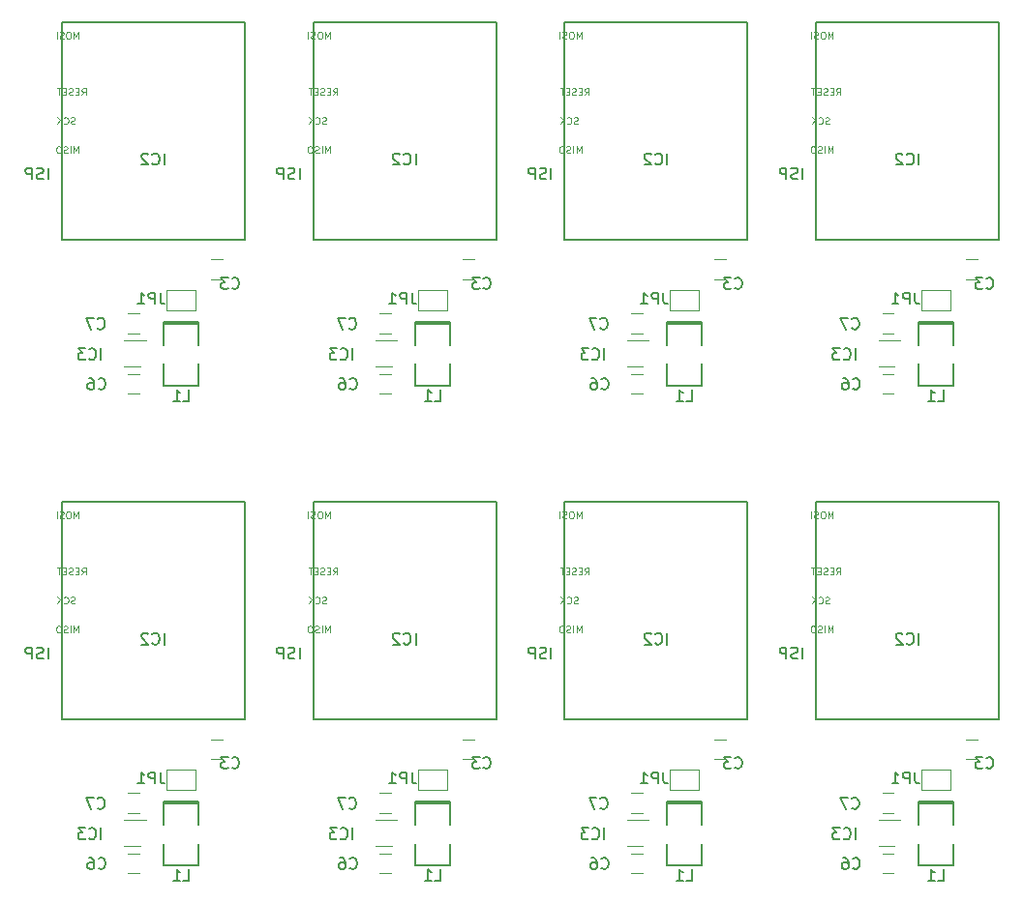
<source format=gbo>
%MOIN*%
%OFA0B0*%
%FSLAX46Y46*%
%IPPOS*%
%LPD*%
%ADD10C,0.0039370078740157488*%
%ADD11C,0.005905511811023622*%
%ADD12C,0.0047244094488188976*%
%ADD23C,0.0039370078740157488*%
%ADD24C,0.005905511811023622*%
%ADD25C,0.0047244094488188976*%
%ADD36C,0.0039370078740157488*%
%ADD37C,0.005905511811023622*%
%ADD38C,0.0047244094488188976*%
%ADD49C,0.0039370078740157488*%
%ADD50C,0.005905511811023622*%
%ADD51C,0.0047244094488188976*%
%ADD62C,0.0039370078740157488*%
%ADD63C,0.005905511811023622*%
%ADD64C,0.0047244094488188976*%
%ADD75C,0.0039370078740157488*%
%ADD76C,0.005905511811023622*%
%ADD77C,0.0047244094488188976*%
%ADD88C,0.0039370078740157488*%
%ADD89C,0.005905511811023622*%
%ADD90C,0.0047244094488188976*%
%ADD101C,0.0039370078740157488*%
%ADD102C,0.005905511811023622*%
%ADD103C,0.0047244094488188976*%
%LPD*%
G01*
D10*
D11*
X0000095519Y0000905949D02*
X0000095519Y0000945318D01*
X0000078646Y0000907824D02*
X0000073022Y0000905949D01*
X0000063646Y0000905949D01*
X0000059898Y0000907824D01*
X0000058023Y0000909699D01*
X0000056149Y0000913448D01*
X0000056149Y0000917198D01*
X0000058023Y0000920947D01*
X0000059898Y0000922822D01*
X0000063646Y0000924697D01*
X0000071147Y0000926571D01*
X0000074896Y0000928446D01*
X0000076771Y0000930321D01*
X0000078646Y0000934071D01*
X0000078646Y0000937820D01*
X0000076771Y0000941570D01*
X0000074896Y0000943444D01*
X0000071147Y0000945318D01*
X0000061773Y0000945318D01*
X0000056149Y0000943444D01*
X0000039276Y0000905949D02*
X0000039276Y0000945318D01*
X0000024278Y0000945318D01*
X0000020528Y0000943444D01*
X0000018653Y0000941570D01*
X0000016779Y0000937820D01*
X0000016779Y0000932195D01*
X0000018653Y0000928446D01*
X0000020528Y0000926571D01*
X0000024278Y0000924697D01*
X0000039276Y0000924697D01*
D10*
X0000199206Y0000995573D02*
X0000199206Y0001019195D01*
X0000191332Y0001002321D01*
X0000183457Y0001019195D01*
X0000183457Y0000995573D01*
X0000172210Y0000995573D02*
X0000172210Y0001019195D01*
X0000162086Y0000996698D02*
X0000158712Y0000995573D01*
X0000153087Y0000995573D01*
X0000150838Y0000996698D01*
X0000149713Y0000997823D01*
X0000148588Y0001000073D01*
X0000148588Y0001002321D01*
X0000149713Y0001004572D01*
X0000150838Y0001005697D01*
X0000153087Y0001006822D01*
X0000157587Y0001007946D01*
X0000159836Y0001009072D01*
X0000160961Y0001010196D01*
X0000162086Y0001012446D01*
X0000162086Y0001014696D01*
X0000160961Y0001016945D01*
X0000159836Y0001018070D01*
X0000157587Y0001019195D01*
X0000151962Y0001019195D01*
X0000148588Y0001018070D01*
X0000133965Y0001019195D02*
X0000129465Y0001019195D01*
X0000127215Y0001018070D01*
X0000124966Y0001015821D01*
X0000123841Y0001011320D01*
X0000123841Y0001003447D01*
X0000124966Y0000998948D01*
X0000127215Y0000996698D01*
X0000129465Y0000995573D01*
X0000133965Y0000995573D01*
X0000136214Y0000996698D01*
X0000138464Y0000998948D01*
X0000139589Y0001003447D01*
X0000139589Y0001011320D01*
X0000138464Y0001015821D01*
X0000136214Y0001018070D01*
X0000133965Y0001019195D01*
X0000187457Y0001096698D02*
X0000184083Y0001095573D01*
X0000178458Y0001095573D01*
X0000176209Y0001096698D01*
X0000175084Y0001097823D01*
X0000173959Y0001100073D01*
X0000173959Y0001102322D01*
X0000175084Y0001104572D01*
X0000176209Y0001105697D01*
X0000178458Y0001106822D01*
X0000182958Y0001107947D01*
X0000185208Y0001109072D01*
X0000186332Y0001110196D01*
X0000187457Y0001112446D01*
X0000187457Y0001114696D01*
X0000186332Y0001116946D01*
X0000185208Y0001118070D01*
X0000182958Y0001119195D01*
X0000177334Y0001119195D01*
X0000173959Y0001118070D01*
X0000150337Y0001097823D02*
X0000151462Y0001096698D01*
X0000154836Y0001095573D01*
X0000157086Y0001095573D01*
X0000160460Y0001096698D01*
X0000162710Y0001098948D01*
X0000163835Y0001101197D01*
X0000164960Y0001105697D01*
X0000164960Y0001109072D01*
X0000163835Y0001113571D01*
X0000162710Y0001115821D01*
X0000160460Y0001118070D01*
X0000157086Y0001119195D01*
X0000154836Y0001119195D01*
X0000151462Y0001118070D01*
X0000150337Y0001116946D01*
X0000140213Y0001095573D02*
X0000140213Y0001119195D01*
X0000126715Y0001095573D02*
X0000136839Y0001109072D01*
X0000126715Y0001119195D02*
X0000140213Y0001105697D01*
X0000211394Y0001195573D02*
X0000219268Y0001206822D01*
X0000224893Y0001195573D02*
X0000224893Y0001219195D01*
X0000215894Y0001219195D01*
X0000213644Y0001218070D01*
X0000212519Y0001216945D01*
X0000211394Y0001214696D01*
X0000211394Y0001211321D01*
X0000212519Y0001209072D01*
X0000213644Y0001207947D01*
X0000215894Y0001206822D01*
X0000224893Y0001206822D01*
X0000201271Y0001207947D02*
X0000193397Y0001207947D01*
X0000190022Y0001195573D02*
X0000201271Y0001195573D01*
X0000201271Y0001219195D01*
X0000190022Y0001219195D01*
X0000181022Y0001196698D02*
X0000177649Y0001195573D01*
X0000172024Y0001195573D01*
X0000169775Y0001196698D01*
X0000168649Y0001197823D01*
X0000167525Y0001200073D01*
X0000167525Y0001202322D01*
X0000168649Y0001204572D01*
X0000169775Y0001205697D01*
X0000172024Y0001206822D01*
X0000176524Y0001207947D01*
X0000178772Y0001209072D01*
X0000179898Y0001210196D01*
X0000181022Y0001212446D01*
X0000181022Y0001214696D01*
X0000179898Y0001216945D01*
X0000178772Y0001218070D01*
X0000176524Y0001219195D01*
X0000170899Y0001219195D01*
X0000167525Y0001218070D01*
X0000157401Y0001207947D02*
X0000149527Y0001207947D01*
X0000146152Y0001195573D02*
X0000157401Y0001195573D01*
X0000157401Y0001219195D01*
X0000146152Y0001219195D01*
X0000139403Y0001219195D02*
X0000125903Y0001219195D01*
X0000132654Y0001195573D02*
X0000132654Y0001219195D01*
X0000199206Y0001390572D02*
X0000199206Y0001414195D01*
X0000191332Y0001397322D01*
X0000183457Y0001414195D01*
X0000183457Y0001390572D01*
X0000167710Y0001414195D02*
X0000163211Y0001414195D01*
X0000160961Y0001413070D01*
X0000158712Y0001410821D01*
X0000157587Y0001406320D01*
X0000157587Y0001398446D01*
X0000158712Y0001393948D01*
X0000160961Y0001391698D01*
X0000163211Y0001390572D01*
X0000167710Y0001390572D01*
X0000169960Y0001391698D01*
X0000172210Y0001393948D01*
X0000173335Y0001398446D01*
X0000173335Y0001406320D01*
X0000172210Y0001410821D01*
X0000169960Y0001413070D01*
X0000167710Y0001414195D01*
X0000148588Y0001391698D02*
X0000145213Y0001390572D01*
X0000139589Y0001390572D01*
X0000137339Y0001391698D01*
X0000136214Y0001392823D01*
X0000135090Y0001395073D01*
X0000135090Y0001397322D01*
X0000136214Y0001399572D01*
X0000137339Y0001400697D01*
X0000139589Y0001401822D01*
X0000144088Y0001402947D01*
X0000146338Y0001404071D01*
X0000147463Y0001405196D01*
X0000148588Y0001407446D01*
X0000148588Y0001409695D01*
X0000147463Y0001411946D01*
X0000146338Y0001413070D01*
X0000144088Y0001414195D01*
X0000138464Y0001414195D01*
X0000135090Y0001413070D01*
X0000124966Y0001390572D02*
X0000124966Y0001414195D01*
D11*
X0000772047Y0000697559D02*
X0000142125Y0000697559D01*
X0000142125Y0000697559D02*
X0000142125Y0001445590D01*
X0000142125Y0001445590D02*
X0000772047Y0001445590D01*
X0000772047Y0001445590D02*
X0000772047Y0000697559D01*
D12*
X0000657401Y0000628724D02*
X0000696770Y0000628724D01*
X0000696770Y0000561795D02*
X0000657401Y0000561795D01*
X0000409271Y0000167795D02*
X0000369901Y0000167795D01*
X0000369901Y0000234723D02*
X0000409271Y0000234723D01*
X0000369901Y0000442224D02*
X0000409271Y0000442224D01*
X0000409271Y0000375295D02*
X0000369901Y0000375295D01*
X0000357027Y0000351929D02*
X0000431830Y0000351929D01*
X0000412145Y0000260590D02*
X0000357027Y0000260590D01*
D11*
X0000494586Y0000413759D02*
X0000614586Y0000413759D01*
X0000614586Y0000268759D02*
X0000614586Y0000193759D01*
X0000614586Y0000193759D02*
X0000494586Y0000193759D01*
X0000494586Y0000193759D02*
X0000494586Y0000268759D01*
X0000494586Y0000333759D02*
X0000494586Y0000413759D01*
X0000494586Y0000405885D02*
X0000614586Y0000405885D01*
X0000614586Y0000413759D02*
X0000614586Y0000333759D01*
D12*
X0000604586Y0000453720D02*
X0000504586Y0000453720D01*
X0000504586Y0000523799D02*
X0000604586Y0000523799D01*
X0000504586Y0000523799D02*
X0000504586Y0000453720D01*
X0000604586Y0000453720D02*
X0000604586Y0000523799D01*
D11*
X0000495519Y0000955339D02*
X0000495519Y0000994709D01*
X0000454274Y0000959088D02*
X0000456149Y0000957214D01*
X0000461773Y0000955339D01*
X0000465523Y0000955339D01*
X0000471147Y0000957214D01*
X0000474896Y0000960963D01*
X0000476771Y0000964713D01*
X0000478646Y0000972212D01*
X0000478646Y0000977836D01*
X0000476771Y0000985335D01*
X0000474896Y0000989085D01*
X0000471147Y0000992834D01*
X0000465523Y0000994709D01*
X0000461773Y0000994709D01*
X0000456149Y0000992834D01*
X0000454274Y0000990959D01*
X0000439276Y0000990959D02*
X0000437401Y0000992834D01*
X0000433652Y0000994709D01*
X0000424278Y0000994709D01*
X0000420528Y0000992834D01*
X0000418653Y0000990959D01*
X0000416779Y0000987210D01*
X0000416779Y0000983460D01*
X0000418653Y0000977836D01*
X0000441151Y0000955339D01*
X0000416779Y0000955339D01*
X0000728648Y0000531199D02*
X0000730522Y0000529324D01*
X0000736146Y0000527449D01*
X0000739896Y0000527449D01*
X0000745521Y0000529324D01*
X0000749269Y0000533073D01*
X0000751145Y0000536823D01*
X0000753020Y0000544322D01*
X0000753020Y0000549946D01*
X0000751145Y0000557445D01*
X0000749269Y0000561195D01*
X0000745521Y0000564944D01*
X0000739896Y0000566819D01*
X0000736146Y0000566819D01*
X0000730522Y0000564944D01*
X0000728648Y0000563070D01*
X0000715524Y0000566819D02*
X0000691152Y0000566819D01*
X0000704276Y0000551821D01*
X0000698651Y0000551821D01*
X0000694902Y0000549946D01*
X0000693027Y0000548072D01*
X0000691152Y0000544322D01*
X0000691152Y0000534948D01*
X0000693027Y0000531199D01*
X0000694902Y0000529324D01*
X0000698651Y0000527449D01*
X0000709900Y0000527449D01*
X0000713650Y0000529324D01*
X0000715524Y0000531199D01*
X0000268648Y0000184699D02*
X0000270523Y0000182824D01*
X0000276147Y0000180949D01*
X0000279896Y0000180949D01*
X0000285521Y0000182824D01*
X0000289270Y0000186573D01*
X0000291145Y0000190323D01*
X0000293020Y0000197822D01*
X0000293020Y0000203446D01*
X0000291145Y0000210944D01*
X0000289270Y0000214694D01*
X0000285521Y0000218444D01*
X0000279896Y0000220319D01*
X0000276147Y0000220319D01*
X0000270523Y0000218444D01*
X0000268648Y0000216570D01*
X0000234902Y0000220319D02*
X0000242401Y0000220319D01*
X0000246151Y0000218444D01*
X0000248025Y0000216570D01*
X0000251775Y0000210944D01*
X0000253650Y0000203446D01*
X0000253650Y0000188448D01*
X0000251775Y0000184699D01*
X0000249900Y0000182824D01*
X0000246151Y0000180949D01*
X0000238651Y0000180949D01*
X0000234902Y0000182824D01*
X0000233027Y0000184699D01*
X0000231152Y0000188448D01*
X0000231152Y0000197822D01*
X0000233027Y0000201571D01*
X0000234902Y0000203446D01*
X0000238651Y0000205321D01*
X0000246151Y0000205321D01*
X0000249900Y0000203446D01*
X0000251775Y0000201571D01*
X0000253650Y0000197822D01*
X0000265648Y0000392199D02*
X0000267523Y0000390323D01*
X0000273147Y0000388449D01*
X0000276896Y0000388449D01*
X0000282521Y0000390323D01*
X0000286270Y0000394073D01*
X0000288145Y0000397823D01*
X0000290020Y0000405322D01*
X0000290020Y0000410946D01*
X0000288145Y0000418445D01*
X0000286270Y0000422195D01*
X0000282521Y0000425944D01*
X0000276896Y0000427819D01*
X0000273147Y0000427819D01*
X0000267523Y0000425944D01*
X0000265648Y0000424070D01*
X0000252524Y0000427819D02*
X0000226278Y0000427819D01*
X0000243151Y0000388449D01*
X0000278019Y0000283449D02*
X0000278019Y0000322819D01*
X0000236774Y0000287199D02*
X0000238649Y0000285324D01*
X0000244273Y0000283449D01*
X0000248023Y0000283449D01*
X0000253647Y0000285324D01*
X0000257396Y0000289073D01*
X0000259270Y0000292823D01*
X0000261146Y0000300322D01*
X0000261146Y0000305946D01*
X0000259270Y0000313445D01*
X0000257396Y0000317195D01*
X0000253647Y0000320944D01*
X0000248023Y0000322819D01*
X0000244273Y0000322819D01*
X0000238649Y0000320944D01*
X0000236774Y0000319070D01*
X0000223651Y0000322819D02*
X0000199279Y0000322819D01*
X0000212402Y0000307821D01*
X0000206778Y0000307821D01*
X0000203028Y0000305946D01*
X0000201153Y0000304071D01*
X0000199279Y0000300322D01*
X0000199279Y0000290948D01*
X0000201153Y0000287199D01*
X0000203028Y0000285324D01*
X0000206778Y0000283449D01*
X0000218026Y0000283449D01*
X0000221776Y0000285324D01*
X0000223651Y0000287199D01*
X0000561148Y0000140949D02*
X0000579895Y0000140949D01*
X0000579895Y0000180319D01*
X0000527402Y0000140949D02*
X0000549899Y0000140949D01*
X0000538651Y0000140949D02*
X0000538651Y0000180319D01*
X0000542400Y0000174695D01*
X0000546150Y0000170945D01*
X0000549899Y0000169070D01*
X0000482394Y0000515319D02*
X0000482394Y0000487198D01*
X0000484269Y0000481573D01*
X0000488019Y0000477824D01*
X0000493643Y0000475948D01*
X0000497393Y0000475948D01*
X0000463647Y0000475948D02*
X0000463647Y0000515319D01*
X0000448648Y0000515319D01*
X0000444899Y0000513444D01*
X0000443024Y0000511569D01*
X0000441150Y0000507820D01*
X0000441150Y0000502196D01*
X0000443024Y0000498446D01*
X0000444899Y0000496571D01*
X0000448648Y0000494697D01*
X0000463647Y0000494697D01*
X0000403654Y0000475948D02*
X0000426152Y0000475948D01*
X0000414903Y0000475948D02*
X0000414903Y0000515319D01*
X0000418651Y0000509695D01*
X0000422402Y0000505945D01*
X0000426152Y0000504071D01*
G01*
D23*
D24*
X0000095519Y0002559492D02*
X0000095519Y0002598862D01*
X0000078646Y0002561367D02*
X0000073022Y0002559492D01*
X0000063646Y0002559492D01*
X0000059898Y0002561367D01*
X0000058023Y0002563242D01*
X0000056149Y0002566991D01*
X0000056149Y0002570741D01*
X0000058023Y0002574490D01*
X0000059898Y0002576364D01*
X0000063646Y0002578240D01*
X0000071147Y0002580115D01*
X0000074896Y0002581990D01*
X0000076771Y0002583864D01*
X0000078646Y0002587614D01*
X0000078646Y0002591363D01*
X0000076771Y0002595113D01*
X0000074896Y0002596988D01*
X0000071147Y0002598862D01*
X0000061773Y0002598862D01*
X0000056149Y0002596988D01*
X0000039276Y0002559492D02*
X0000039276Y0002598862D01*
X0000024278Y0002598862D01*
X0000020528Y0002596988D01*
X0000018653Y0002595113D01*
X0000016779Y0002591363D01*
X0000016779Y0002585739D01*
X0000018653Y0002581990D01*
X0000020528Y0002580115D01*
X0000024278Y0002578240D01*
X0000039276Y0002578240D01*
D23*
X0000199206Y0002649116D02*
X0000199206Y0002672738D01*
X0000191332Y0002655866D01*
X0000183457Y0002672738D01*
X0000183457Y0002649116D01*
X0000172210Y0002649116D02*
X0000172210Y0002672738D01*
X0000162086Y0002650240D02*
X0000158712Y0002649116D01*
X0000153087Y0002649116D01*
X0000150838Y0002650240D01*
X0000149713Y0002651366D01*
X0000148588Y0002653616D01*
X0000148588Y0002655866D01*
X0000149713Y0002658115D01*
X0000150838Y0002659240D01*
X0000153087Y0002660365D01*
X0000157587Y0002661490D01*
X0000159836Y0002662615D01*
X0000160961Y0002663740D01*
X0000162086Y0002665989D01*
X0000162086Y0002668239D01*
X0000160961Y0002670489D01*
X0000159836Y0002671614D01*
X0000157587Y0002672738D01*
X0000151962Y0002672738D01*
X0000148588Y0002671614D01*
X0000133965Y0002672738D02*
X0000129465Y0002672738D01*
X0000127215Y0002671614D01*
X0000124966Y0002669364D01*
X0000123841Y0002664865D01*
X0000123841Y0002656990D01*
X0000124966Y0002652491D01*
X0000127215Y0002650240D01*
X0000129465Y0002649116D01*
X0000133965Y0002649116D01*
X0000136214Y0002650240D01*
X0000138464Y0002652491D01*
X0000139589Y0002656990D01*
X0000139589Y0002664865D01*
X0000138464Y0002669364D01*
X0000136214Y0002671614D01*
X0000133965Y0002672738D01*
X0000187457Y0002750241D02*
X0000184083Y0002749116D01*
X0000178458Y0002749116D01*
X0000176209Y0002750241D01*
X0000175084Y0002751366D01*
X0000173959Y0002753616D01*
X0000173959Y0002755866D01*
X0000175084Y0002758115D01*
X0000176209Y0002759239D01*
X0000178458Y0002760365D01*
X0000182958Y0002761490D01*
X0000185208Y0002762615D01*
X0000186332Y0002763740D01*
X0000187457Y0002765989D01*
X0000187457Y0002768239D01*
X0000186332Y0002770488D01*
X0000185208Y0002771614D01*
X0000182958Y0002772739D01*
X0000177334Y0002772739D01*
X0000173959Y0002771614D01*
X0000150337Y0002751366D02*
X0000151462Y0002750241D01*
X0000154836Y0002749116D01*
X0000157086Y0002749116D01*
X0000160460Y0002750241D01*
X0000162710Y0002752491D01*
X0000163835Y0002754740D01*
X0000164960Y0002759239D01*
X0000164960Y0002762615D01*
X0000163835Y0002767114D01*
X0000162710Y0002769364D01*
X0000160460Y0002771614D01*
X0000157086Y0002772739D01*
X0000154836Y0002772739D01*
X0000151462Y0002771614D01*
X0000150337Y0002770488D01*
X0000140213Y0002749116D02*
X0000140213Y0002772739D01*
X0000126715Y0002749116D02*
X0000136839Y0002762615D01*
X0000126715Y0002772739D02*
X0000140213Y0002759239D01*
X0000211394Y0002849116D02*
X0000219268Y0002860365D01*
X0000224893Y0002849116D02*
X0000224893Y0002872739D01*
X0000215894Y0002872739D01*
X0000213644Y0002871614D01*
X0000212519Y0002870489D01*
X0000211394Y0002868239D01*
X0000211394Y0002864864D01*
X0000212519Y0002862615D01*
X0000213644Y0002861490D01*
X0000215894Y0002860365D01*
X0000224893Y0002860365D01*
X0000201271Y0002861490D02*
X0000193397Y0002861490D01*
X0000190022Y0002849116D02*
X0000201271Y0002849116D01*
X0000201271Y0002872739D01*
X0000190022Y0002872739D01*
X0000181022Y0002850241D02*
X0000177649Y0002849116D01*
X0000172024Y0002849116D01*
X0000169775Y0002850241D01*
X0000168649Y0002851366D01*
X0000167525Y0002853616D01*
X0000167525Y0002855866D01*
X0000168649Y0002858115D01*
X0000169775Y0002859240D01*
X0000172024Y0002860365D01*
X0000176524Y0002861490D01*
X0000178772Y0002862615D01*
X0000179898Y0002863740D01*
X0000181022Y0002865989D01*
X0000181022Y0002868239D01*
X0000179898Y0002870489D01*
X0000178772Y0002871614D01*
X0000176524Y0002872739D01*
X0000170899Y0002872739D01*
X0000167525Y0002871614D01*
X0000157401Y0002861490D02*
X0000149527Y0002861490D01*
X0000146152Y0002849116D02*
X0000157401Y0002849116D01*
X0000157401Y0002872739D01*
X0000146152Y0002872739D01*
X0000139403Y0002872739D02*
X0000125903Y0002872739D01*
X0000132654Y0002849116D02*
X0000132654Y0002872739D01*
X0000199206Y0003044116D02*
X0000199206Y0003067739D01*
X0000191332Y0003050865D01*
X0000183457Y0003067739D01*
X0000183457Y0003044116D01*
X0000167710Y0003067739D02*
X0000163211Y0003067739D01*
X0000160961Y0003066614D01*
X0000158712Y0003064364D01*
X0000157587Y0003059865D01*
X0000157587Y0003051990D01*
X0000158712Y0003047491D01*
X0000160961Y0003045241D01*
X0000163211Y0003044116D01*
X0000167710Y0003044116D01*
X0000169960Y0003045241D01*
X0000172210Y0003047491D01*
X0000173335Y0003051990D01*
X0000173335Y0003059865D01*
X0000172210Y0003064364D01*
X0000169960Y0003066614D01*
X0000167710Y0003067739D01*
X0000148588Y0003045241D02*
X0000145213Y0003044116D01*
X0000139589Y0003044116D01*
X0000137339Y0003045241D01*
X0000136214Y0003046366D01*
X0000135090Y0003048616D01*
X0000135090Y0003050865D01*
X0000136214Y0003053115D01*
X0000137339Y0003054240D01*
X0000139589Y0003055364D01*
X0000144088Y0003056490D01*
X0000146338Y0003057615D01*
X0000147463Y0003058740D01*
X0000148588Y0003060989D01*
X0000148588Y0003063239D01*
X0000147463Y0003065489D01*
X0000146338Y0003066614D01*
X0000144088Y0003067739D01*
X0000138464Y0003067739D01*
X0000135090Y0003066614D01*
X0000124966Y0003044116D02*
X0000124966Y0003067739D01*
D24*
X0000772047Y0002351102D02*
X0000142125Y0002351102D01*
X0000142125Y0002351102D02*
X0000142125Y0003099133D01*
X0000142125Y0003099133D02*
X0000772047Y0003099133D01*
X0000772047Y0003099133D02*
X0000772047Y0002351102D01*
D25*
X0000657401Y0002282267D02*
X0000696770Y0002282267D01*
X0000696770Y0002215338D02*
X0000657401Y0002215338D01*
X0000409271Y0001821338D02*
X0000369901Y0001821338D01*
X0000369901Y0001888267D02*
X0000409271Y0001888267D01*
X0000369901Y0002095767D02*
X0000409271Y0002095767D01*
X0000409271Y0002028838D02*
X0000369901Y0002028838D01*
X0000357027Y0002005472D02*
X0000431830Y0002005472D01*
X0000412145Y0001914133D02*
X0000357027Y0001914133D01*
D24*
X0000494586Y0002067303D02*
X0000614586Y0002067303D01*
X0000614586Y0001922303D02*
X0000614586Y0001847303D01*
X0000614586Y0001847303D02*
X0000494586Y0001847303D01*
X0000494586Y0001847303D02*
X0000494586Y0001922303D01*
X0000494586Y0001987303D02*
X0000494586Y0002067303D01*
X0000494586Y0002059429D02*
X0000614586Y0002059429D01*
X0000614586Y0002067303D02*
X0000614586Y0001987303D01*
D25*
X0000604586Y0002107263D02*
X0000504586Y0002107263D01*
X0000504586Y0002177342D02*
X0000604586Y0002177342D01*
X0000504586Y0002177342D02*
X0000504586Y0002107263D01*
X0000604586Y0002107263D02*
X0000604586Y0002177342D01*
D24*
X0000495519Y0002608882D02*
X0000495519Y0002648252D01*
X0000454274Y0002612632D02*
X0000456149Y0002610757D01*
X0000461773Y0002608882D01*
X0000465523Y0002608882D01*
X0000471147Y0002610757D01*
X0000474896Y0002614506D01*
X0000476771Y0002618256D01*
X0000478646Y0002625755D01*
X0000478646Y0002631378D01*
X0000476771Y0002638878D01*
X0000474896Y0002642628D01*
X0000471147Y0002646377D01*
X0000465523Y0002648252D01*
X0000461773Y0002648252D01*
X0000456149Y0002646377D01*
X0000454274Y0002644503D01*
X0000439276Y0002644503D02*
X0000437401Y0002646377D01*
X0000433652Y0002648252D01*
X0000424278Y0002648252D01*
X0000420528Y0002646377D01*
X0000418653Y0002644503D01*
X0000416779Y0002640753D01*
X0000416779Y0002637004D01*
X0000418653Y0002631378D01*
X0000441151Y0002608882D01*
X0000416779Y0002608882D01*
X0000728648Y0002184742D02*
X0000730522Y0002182867D01*
X0000736146Y0002180992D01*
X0000739896Y0002180992D01*
X0000745521Y0002182867D01*
X0000749269Y0002186617D01*
X0000751145Y0002190366D01*
X0000753020Y0002197865D01*
X0000753020Y0002203490D01*
X0000751145Y0002210989D01*
X0000749269Y0002214738D01*
X0000745521Y0002218488D01*
X0000739896Y0002220362D01*
X0000736146Y0002220362D01*
X0000730522Y0002218488D01*
X0000728648Y0002216613D01*
X0000715524Y0002220362D02*
X0000691152Y0002220362D01*
X0000704276Y0002205364D01*
X0000698651Y0002205364D01*
X0000694902Y0002203490D01*
X0000693027Y0002201615D01*
X0000691152Y0002197865D01*
X0000691152Y0002188491D01*
X0000693027Y0002184742D01*
X0000694902Y0002182867D01*
X0000698651Y0002180992D01*
X0000709900Y0002180992D01*
X0000713650Y0002182867D01*
X0000715524Y0002184742D01*
X0000268648Y0001838242D02*
X0000270523Y0001836367D01*
X0000276147Y0001834492D01*
X0000279896Y0001834492D01*
X0000285521Y0001836367D01*
X0000289270Y0001840115D01*
X0000291145Y0001843866D01*
X0000293020Y0001851365D01*
X0000293020Y0001856990D01*
X0000291145Y0001864489D01*
X0000289270Y0001868238D01*
X0000285521Y0001871988D01*
X0000279896Y0001873862D01*
X0000276147Y0001873862D01*
X0000270523Y0001871988D01*
X0000268648Y0001870113D01*
X0000234902Y0001873862D02*
X0000242401Y0001873862D01*
X0000246151Y0001871988D01*
X0000248025Y0001870113D01*
X0000251775Y0001864489D01*
X0000253650Y0001856990D01*
X0000253650Y0001841990D01*
X0000251775Y0001838242D01*
X0000249900Y0001836367D01*
X0000246151Y0001834492D01*
X0000238651Y0001834492D01*
X0000234902Y0001836367D01*
X0000233027Y0001838242D01*
X0000231152Y0001841990D01*
X0000231152Y0001851365D01*
X0000233027Y0001855115D01*
X0000234902Y0001856990D01*
X0000238651Y0001858864D01*
X0000246151Y0001858864D01*
X0000249900Y0001856990D01*
X0000251775Y0001855115D01*
X0000253650Y0001851365D01*
X0000265648Y0002045742D02*
X0000267523Y0002043867D01*
X0000273147Y0002041992D01*
X0000276896Y0002041992D01*
X0000282521Y0002043867D01*
X0000286270Y0002047616D01*
X0000288145Y0002051365D01*
X0000290020Y0002058865D01*
X0000290020Y0002064490D01*
X0000288145Y0002071988D01*
X0000286270Y0002075737D01*
X0000282521Y0002079488D01*
X0000276896Y0002081362D01*
X0000273147Y0002081362D01*
X0000267523Y0002079488D01*
X0000265648Y0002077613D01*
X0000252524Y0002081362D02*
X0000226278Y0002081362D01*
X0000243151Y0002041992D01*
X0000278019Y0001936992D02*
X0000278019Y0001976361D01*
X0000236774Y0001940742D02*
X0000238649Y0001938866D01*
X0000244273Y0001936992D01*
X0000248023Y0001936992D01*
X0000253647Y0001938866D01*
X0000257396Y0001942617D01*
X0000259270Y0001946366D01*
X0000261146Y0001953865D01*
X0000261146Y0001959490D01*
X0000259270Y0001966989D01*
X0000257396Y0001970738D01*
X0000253647Y0001974486D01*
X0000248023Y0001976361D01*
X0000244273Y0001976361D01*
X0000238649Y0001974486D01*
X0000236774Y0001972613D01*
X0000223651Y0001976361D02*
X0000199279Y0001976361D01*
X0000212402Y0001961364D01*
X0000206778Y0001961364D01*
X0000203028Y0001959490D01*
X0000201153Y0001957615D01*
X0000199279Y0001953865D01*
X0000199279Y0001944491D01*
X0000201153Y0001940742D01*
X0000203028Y0001938866D01*
X0000206778Y0001936992D01*
X0000218026Y0001936992D01*
X0000221776Y0001938866D01*
X0000223651Y0001940742D01*
X0000561148Y0001794492D02*
X0000579895Y0001794492D01*
X0000579895Y0001833862D01*
X0000527402Y0001794492D02*
X0000549899Y0001794492D01*
X0000538651Y0001794492D02*
X0000538651Y0001833862D01*
X0000542400Y0001828238D01*
X0000546150Y0001824489D01*
X0000549899Y0001822614D01*
X0000482394Y0002168862D02*
X0000482394Y0002140741D01*
X0000484269Y0002135117D01*
X0000488019Y0002131367D01*
X0000493643Y0002129492D01*
X0000497393Y0002129492D01*
X0000463647Y0002129492D02*
X0000463647Y0002168862D01*
X0000448648Y0002168862D01*
X0000444899Y0002166988D01*
X0000443024Y0002165113D01*
X0000441150Y0002161363D01*
X0000441150Y0002155739D01*
X0000443024Y0002151990D01*
X0000444899Y0002150115D01*
X0000448648Y0002148240D01*
X0000463647Y0002148240D01*
X0000403654Y0002129492D02*
X0000426152Y0002129492D01*
X0000414903Y0002129492D02*
X0000414903Y0002168862D01*
X0000418651Y0002163238D01*
X0000422402Y0002159489D01*
X0000426152Y0002157614D01*
G01*
D36*
D37*
X0000961660Y0000905949D02*
X0000961660Y0000945318D01*
X0000944788Y0000907824D02*
X0000939163Y0000905949D01*
X0000929790Y0000905949D01*
X0000926040Y0000907824D01*
X0000924165Y0000909699D01*
X0000922290Y0000913448D01*
X0000922290Y0000917198D01*
X0000924165Y0000920947D01*
X0000926040Y0000922822D01*
X0000929790Y0000924697D01*
X0000937289Y0000926571D01*
X0000941038Y0000928446D01*
X0000942913Y0000930321D01*
X0000944788Y0000934071D01*
X0000944788Y0000937820D01*
X0000942913Y0000941570D01*
X0000941038Y0000943444D01*
X0000937289Y0000945318D01*
X0000927915Y0000945318D01*
X0000922290Y0000943444D01*
X0000905418Y0000905949D02*
X0000905418Y0000945318D01*
X0000890419Y0000945318D01*
X0000886670Y0000943444D01*
X0000884794Y0000941570D01*
X0000882920Y0000937820D01*
X0000882920Y0000932195D01*
X0000884794Y0000928446D01*
X0000886670Y0000926571D01*
X0000890419Y0000924697D01*
X0000905418Y0000924697D01*
D36*
X0001065348Y0000995573D02*
X0001065348Y0001019195D01*
X0001057474Y0001002321D01*
X0001049600Y0001019195D01*
X0001049600Y0000995573D01*
X0001038351Y0000995573D02*
X0001038351Y0001019195D01*
X0001028227Y0000996698D02*
X0001024853Y0000995573D01*
X0001019228Y0000995573D01*
X0001016979Y0000996698D01*
X0001015854Y0000997823D01*
X0001014729Y0001000073D01*
X0001014729Y0001002321D01*
X0001015854Y0001004572D01*
X0001016979Y0001005697D01*
X0001019228Y0001006822D01*
X0001023728Y0001007946D01*
X0001025978Y0001009072D01*
X0001027103Y0001010196D01*
X0001028227Y0001012446D01*
X0001028227Y0001014696D01*
X0001027103Y0001016945D01*
X0001025978Y0001018070D01*
X0001023728Y0001019195D01*
X0001018103Y0001019195D01*
X0001014729Y0001018070D01*
X0001000105Y0001019195D02*
X0000995607Y0001019195D01*
X0000993357Y0001018070D01*
X0000991107Y0001015821D01*
X0000989983Y0001011320D01*
X0000989983Y0001003447D01*
X0000991107Y0000998948D01*
X0000993357Y0000996698D01*
X0000995607Y0000995573D01*
X0001000105Y0000995573D01*
X0001002356Y0000996698D01*
X0001004606Y0000998948D01*
X0001005730Y0001003447D01*
X0001005730Y0001011320D01*
X0001004606Y0001015821D01*
X0001002356Y0001018070D01*
X0001000105Y0001019195D01*
X0001053599Y0001096698D02*
X0001050224Y0001095573D01*
X0001044600Y0001095573D01*
X0001042350Y0001096698D01*
X0001041226Y0001097823D01*
X0001040101Y0001100073D01*
X0001040101Y0001102322D01*
X0001041226Y0001104572D01*
X0001042350Y0001105697D01*
X0001044600Y0001106822D01*
X0001049100Y0001107947D01*
X0001051349Y0001109072D01*
X0001052474Y0001110196D01*
X0001053599Y0001112446D01*
X0001053599Y0001114696D01*
X0001052474Y0001116946D01*
X0001051349Y0001118070D01*
X0001049100Y0001119195D01*
X0001043474Y0001119195D01*
X0001040101Y0001118070D01*
X0001016478Y0001097823D02*
X0001017603Y0001096698D01*
X0001020977Y0001095573D01*
X0001023228Y0001095573D01*
X0001026602Y0001096698D01*
X0001028852Y0001098948D01*
X0001029976Y0001101197D01*
X0001031102Y0001105697D01*
X0001031102Y0001109072D01*
X0001029976Y0001113571D01*
X0001028852Y0001115821D01*
X0001026602Y0001118070D01*
X0001023228Y0001119195D01*
X0001020977Y0001119195D01*
X0001017603Y0001118070D01*
X0001016478Y0001116946D01*
X0001006355Y0001095573D02*
X0001006355Y0001119195D01*
X0000992857Y0001095573D02*
X0001002980Y0001109072D01*
X0000992857Y0001119195D02*
X0001006355Y0001105697D01*
X0001077536Y0001195573D02*
X0001085410Y0001206822D01*
X0001091034Y0001195573D02*
X0001091034Y0001219195D01*
X0001082035Y0001219195D01*
X0001079786Y0001218070D01*
X0001078661Y0001216945D01*
X0001077536Y0001214696D01*
X0001077536Y0001211321D01*
X0001078661Y0001209072D01*
X0001079786Y0001207947D01*
X0001082035Y0001206822D01*
X0001091034Y0001206822D01*
X0001067412Y0001207947D02*
X0001059538Y0001207947D01*
X0001056164Y0001195573D02*
X0001067412Y0001195573D01*
X0001067412Y0001219195D01*
X0001056164Y0001219195D01*
X0001047164Y0001196698D02*
X0001043790Y0001195573D01*
X0001038165Y0001195573D01*
X0001035916Y0001196698D01*
X0001034791Y0001197823D01*
X0001033666Y0001200073D01*
X0001033666Y0001202322D01*
X0001034791Y0001204572D01*
X0001035916Y0001205697D01*
X0001038165Y0001206822D01*
X0001042665Y0001207947D01*
X0001044915Y0001209072D01*
X0001046040Y0001210196D01*
X0001047164Y0001212446D01*
X0001047164Y0001214696D01*
X0001046040Y0001216945D01*
X0001044915Y0001218070D01*
X0001042665Y0001219195D01*
X0001037041Y0001219195D01*
X0001033666Y0001218070D01*
X0001023543Y0001207947D02*
X0001015668Y0001207947D01*
X0001012294Y0001195573D02*
X0001023543Y0001195573D01*
X0001023543Y0001219195D01*
X0001012294Y0001219195D01*
X0001005544Y0001219195D02*
X0000992047Y0001219195D01*
X0000998796Y0001195573D02*
X0000998796Y0001219195D01*
X0001065348Y0001390572D02*
X0001065348Y0001414195D01*
X0001057474Y0001397322D01*
X0001049600Y0001414195D01*
X0001049600Y0001390572D01*
X0001033852Y0001414195D02*
X0001029353Y0001414195D01*
X0001027103Y0001413070D01*
X0001024853Y0001410821D01*
X0001023728Y0001406320D01*
X0001023728Y0001398446D01*
X0001024853Y0001393948D01*
X0001027103Y0001391698D01*
X0001029353Y0001390572D01*
X0001033852Y0001390572D01*
X0001036102Y0001391698D01*
X0001038351Y0001393948D01*
X0001039476Y0001398446D01*
X0001039476Y0001406320D01*
X0001038351Y0001410821D01*
X0001036102Y0001413070D01*
X0001033852Y0001414195D01*
X0001014729Y0001391698D02*
X0001011355Y0001390572D01*
X0001005730Y0001390572D01*
X0001003481Y0001391698D01*
X0001002356Y0001392823D01*
X0001001231Y0001395073D01*
X0001001231Y0001397322D01*
X0001002356Y0001399572D01*
X0001003481Y0001400697D01*
X0001005730Y0001401822D01*
X0001010230Y0001402947D01*
X0001012480Y0001404071D01*
X0001013605Y0001405196D01*
X0001014729Y0001407446D01*
X0001014729Y0001409695D01*
X0001013605Y0001411946D01*
X0001012480Y0001413070D01*
X0001010230Y0001414195D01*
X0001004606Y0001414195D01*
X0001001231Y0001413070D01*
X0000991107Y0001390572D02*
X0000991107Y0001414195D01*
D37*
X0001638187Y0000697559D02*
X0001008267Y0000697559D01*
X0001008267Y0000697559D02*
X0001008267Y0001445590D01*
X0001008267Y0001445590D02*
X0001638187Y0001445590D01*
X0001638187Y0001445590D02*
X0001638187Y0000697559D01*
D38*
X0001523543Y0000628724D02*
X0001562913Y0000628724D01*
X0001562913Y0000561795D02*
X0001523543Y0000561795D01*
X0001275413Y0000167795D02*
X0001236043Y0000167795D01*
X0001236043Y0000234723D02*
X0001275413Y0000234723D01*
X0001236043Y0000442224D02*
X0001275413Y0000442224D01*
X0001275413Y0000375295D02*
X0001236043Y0000375295D01*
X0001223169Y0000351929D02*
X0001297972Y0000351929D01*
X0001278287Y0000260590D02*
X0001223169Y0000260590D01*
D37*
X0001360728Y0000413759D02*
X0001480728Y0000413759D01*
X0001480728Y0000268759D02*
X0001480728Y0000193759D01*
X0001480728Y0000193759D02*
X0001360728Y0000193759D01*
X0001360728Y0000193759D02*
X0001360728Y0000268759D01*
X0001360728Y0000333759D02*
X0001360728Y0000413759D01*
X0001360728Y0000405885D02*
X0001480728Y0000405885D01*
X0001480728Y0000413759D02*
X0001480728Y0000333759D01*
D38*
X0001470728Y0000453720D02*
X0001370728Y0000453720D01*
X0001370728Y0000523799D02*
X0001470728Y0000523799D01*
X0001370728Y0000523799D02*
X0001370728Y0000453720D01*
X0001470728Y0000453720D02*
X0001470728Y0000523799D01*
D37*
X0001361660Y0000955339D02*
X0001361660Y0000994709D01*
X0001320416Y0000959088D02*
X0001322290Y0000957214D01*
X0001327915Y0000955339D01*
X0001331664Y0000955339D01*
X0001337288Y0000957214D01*
X0001341038Y0000960963D01*
X0001342913Y0000964713D01*
X0001344788Y0000972212D01*
X0001344788Y0000977836D01*
X0001342913Y0000985335D01*
X0001341038Y0000989085D01*
X0001337288Y0000992834D01*
X0001331664Y0000994709D01*
X0001327915Y0000994709D01*
X0001322290Y0000992834D01*
X0001320416Y0000990959D01*
X0001305418Y0000990959D02*
X0001303543Y0000992834D01*
X0001299793Y0000994709D01*
X0001290419Y0000994709D01*
X0001286670Y0000992834D01*
X0001284795Y0000990959D01*
X0001282920Y0000987210D01*
X0001282920Y0000983460D01*
X0001284795Y0000977836D01*
X0001307292Y0000955339D01*
X0001282920Y0000955339D01*
X0001594790Y0000531199D02*
X0001596664Y0000529324D01*
X0001602289Y0000527449D01*
X0001606037Y0000527449D01*
X0001611662Y0000529324D01*
X0001615412Y0000533073D01*
X0001617287Y0000536823D01*
X0001619160Y0000544322D01*
X0001619160Y0000549946D01*
X0001617287Y0000557445D01*
X0001615412Y0000561195D01*
X0001611662Y0000564944D01*
X0001606037Y0000566819D01*
X0001602289Y0000566819D01*
X0001596664Y0000564944D01*
X0001594790Y0000563070D01*
X0001581665Y0000566819D02*
X0001557293Y0000566819D01*
X0001570418Y0000551821D01*
X0001564793Y0000551821D01*
X0001561044Y0000549946D01*
X0001559169Y0000548072D01*
X0001557293Y0000544322D01*
X0001557293Y0000534948D01*
X0001559169Y0000531199D01*
X0001561044Y0000529324D01*
X0001564793Y0000527449D01*
X0001576042Y0000527449D01*
X0001579791Y0000529324D01*
X0001581665Y0000531199D01*
X0001134790Y0000184699D02*
X0001136664Y0000182824D01*
X0001142289Y0000180949D01*
X0001146038Y0000180949D01*
X0001151662Y0000182824D01*
X0001155412Y0000186573D01*
X0001157287Y0000190323D01*
X0001159161Y0000197822D01*
X0001159161Y0000203446D01*
X0001157287Y0000210944D01*
X0001155412Y0000214694D01*
X0001151662Y0000218444D01*
X0001146038Y0000220319D01*
X0001142289Y0000220319D01*
X0001136664Y0000218444D01*
X0001134790Y0000216570D01*
X0001101044Y0000220319D02*
X0001108543Y0000220319D01*
X0001112292Y0000218444D01*
X0001114167Y0000216570D01*
X0001117917Y0000210944D01*
X0001119791Y0000203446D01*
X0001119791Y0000188448D01*
X0001117917Y0000184699D01*
X0001116042Y0000182824D01*
X0001112292Y0000180949D01*
X0001104793Y0000180949D01*
X0001101044Y0000182824D01*
X0001099169Y0000184699D01*
X0001097294Y0000188448D01*
X0001097294Y0000197822D01*
X0001099169Y0000201571D01*
X0001101044Y0000203446D01*
X0001104793Y0000205321D01*
X0001112292Y0000205321D01*
X0001116042Y0000203446D01*
X0001117917Y0000201571D01*
X0001119791Y0000197822D01*
X0001131790Y0000392199D02*
X0001133664Y0000390323D01*
X0001139289Y0000388449D01*
X0001143038Y0000388449D01*
X0001148662Y0000390323D01*
X0001152412Y0000394073D01*
X0001154287Y0000397823D01*
X0001156161Y0000405322D01*
X0001156161Y0000410946D01*
X0001154287Y0000418445D01*
X0001152412Y0000422195D01*
X0001148662Y0000425944D01*
X0001143038Y0000427819D01*
X0001139289Y0000427819D01*
X0001133664Y0000425944D01*
X0001131790Y0000424070D01*
X0001118666Y0000427819D02*
X0001092419Y0000427819D01*
X0001109292Y0000388449D01*
X0001144161Y0000283449D02*
X0001144161Y0000322819D01*
X0001102916Y0000287199D02*
X0001104790Y0000285324D01*
X0001110415Y0000283449D01*
X0001114164Y0000283449D01*
X0001119789Y0000285324D01*
X0001123538Y0000289073D01*
X0001125413Y0000292823D01*
X0001127288Y0000300322D01*
X0001127288Y0000305946D01*
X0001125413Y0000313445D01*
X0001123538Y0000317195D01*
X0001119789Y0000320944D01*
X0001114164Y0000322819D01*
X0001110415Y0000322819D01*
X0001104790Y0000320944D01*
X0001102916Y0000319070D01*
X0001089792Y0000322819D02*
X0001065420Y0000322819D01*
X0001078544Y0000307821D01*
X0001072919Y0000307821D01*
X0001069170Y0000305946D01*
X0001067295Y0000304071D01*
X0001065420Y0000300322D01*
X0001065420Y0000290948D01*
X0001067295Y0000287199D01*
X0001069170Y0000285324D01*
X0001072919Y0000283449D01*
X0001084168Y0000283449D01*
X0001087918Y0000285324D01*
X0001089792Y0000287199D01*
X0001427289Y0000140949D02*
X0001446037Y0000140949D01*
X0001446037Y0000180319D01*
X0001393544Y0000140949D02*
X0001416041Y0000140949D01*
X0001404792Y0000140949D02*
X0001404792Y0000180319D01*
X0001408542Y0000174695D01*
X0001412291Y0000170945D01*
X0001416041Y0000169070D01*
X0001348536Y0000515319D02*
X0001348536Y0000487198D01*
X0001350411Y0000481573D01*
X0001354161Y0000477824D01*
X0001359785Y0000475948D01*
X0001363534Y0000475948D01*
X0001329789Y0000475948D02*
X0001329789Y0000515319D01*
X0001314790Y0000515319D01*
X0001311041Y0000513444D01*
X0001309166Y0000511569D01*
X0001307291Y0000507820D01*
X0001307291Y0000502196D01*
X0001309166Y0000498446D01*
X0001311041Y0000496571D01*
X0001314790Y0000494697D01*
X0001329789Y0000494697D01*
X0001269796Y0000475948D02*
X0001292293Y0000475948D01*
X0001281045Y0000475948D02*
X0001281045Y0000515319D01*
X0001284794Y0000509695D01*
X0001288544Y0000505945D01*
X0001292293Y0000504071D01*
G01*
D49*
D50*
X0001827802Y0000905949D02*
X0001827802Y0000945318D01*
X0001810928Y0000907824D02*
X0001805305Y0000905949D01*
X0001795931Y0000905949D01*
X0001792182Y0000907824D01*
X0001790307Y0000909699D01*
X0001788432Y0000913448D01*
X0001788432Y0000917198D01*
X0001790307Y0000920947D01*
X0001792182Y0000922822D01*
X0001795931Y0000924697D01*
X0001803430Y0000926571D01*
X0001807180Y0000928446D01*
X0001809054Y0000930321D01*
X0001810928Y0000934071D01*
X0001810928Y0000937820D01*
X0001809054Y0000941570D01*
X0001807180Y0000943444D01*
X0001803430Y0000945318D01*
X0001794056Y0000945318D01*
X0001788432Y0000943444D01*
X0001771559Y0000905949D02*
X0001771559Y0000945318D01*
X0001756561Y0000945318D01*
X0001752812Y0000943444D01*
X0001750937Y0000941570D01*
X0001749062Y0000937820D01*
X0001749062Y0000932195D01*
X0001750937Y0000928446D01*
X0001752812Y0000926571D01*
X0001756561Y0000924697D01*
X0001771559Y0000924697D01*
D49*
X0001931490Y0000995573D02*
X0001931490Y0001019195D01*
X0001923616Y0001002321D01*
X0001915742Y0001019195D01*
X0001915742Y0000995573D01*
X0001904493Y0000995573D02*
X0001904493Y0001019195D01*
X0001894370Y0000996698D02*
X0001890995Y0000995573D01*
X0001885371Y0000995573D01*
X0001883121Y0000996698D01*
X0001881996Y0000997823D01*
X0001880869Y0001000073D01*
X0001880869Y0001002321D01*
X0001881996Y0001004572D01*
X0001883121Y0001005697D01*
X0001885371Y0001006822D01*
X0001889870Y0001007946D01*
X0001892120Y0001009072D01*
X0001893245Y0001010196D01*
X0001894370Y0001012446D01*
X0001894370Y0001014696D01*
X0001893245Y0001016945D01*
X0001892120Y0001018070D01*
X0001889870Y0001019195D01*
X0001884246Y0001019195D01*
X0001880869Y0001018070D01*
X0001866248Y0001019195D02*
X0001861749Y0001019195D01*
X0001859499Y0001018070D01*
X0001857249Y0001015821D01*
X0001856124Y0001011320D01*
X0001856124Y0001003447D01*
X0001857249Y0000998948D01*
X0001859499Y0000996698D01*
X0001861749Y0000995573D01*
X0001866248Y0000995573D01*
X0001868497Y0000996698D01*
X0001870747Y0000998948D01*
X0001871872Y0001003447D01*
X0001871872Y0001011320D01*
X0001870747Y0001015821D01*
X0001868497Y0001018070D01*
X0001866248Y0001019195D01*
X0001919741Y0001096698D02*
X0001916366Y0001095573D01*
X0001910742Y0001095573D01*
X0001908492Y0001096698D01*
X0001907367Y0001097823D01*
X0001906242Y0001100073D01*
X0001906242Y0001102322D01*
X0001907367Y0001104572D01*
X0001908492Y0001105697D01*
X0001910742Y0001106822D01*
X0001915241Y0001107947D01*
X0001917491Y0001109072D01*
X0001918616Y0001110196D01*
X0001919741Y0001112446D01*
X0001919741Y0001114696D01*
X0001918616Y0001116946D01*
X0001917491Y0001118070D01*
X0001915241Y0001119195D01*
X0001909617Y0001119195D01*
X0001906242Y0001118070D01*
X0001882620Y0001097823D02*
X0001883745Y0001096698D01*
X0001887120Y0001095573D01*
X0001889370Y0001095573D01*
X0001892744Y0001096698D01*
X0001894994Y0001098948D01*
X0001896119Y0001101197D01*
X0001897244Y0001105697D01*
X0001897244Y0001109072D01*
X0001896119Y0001113571D01*
X0001894994Y0001115821D01*
X0001892744Y0001118070D01*
X0001889370Y0001119195D01*
X0001887120Y0001119195D01*
X0001883745Y0001118070D01*
X0001882620Y0001116946D01*
X0001872497Y0001095573D02*
X0001872497Y0001119195D01*
X0001858998Y0001095573D02*
X0001869122Y0001109072D01*
X0001858998Y0001119195D02*
X0001872497Y0001105697D01*
X0001943678Y0001195573D02*
X0001951552Y0001206822D01*
X0001957176Y0001195573D02*
X0001957176Y0001219195D01*
X0001948177Y0001219195D01*
X0001945927Y0001218070D01*
X0001944803Y0001216945D01*
X0001943678Y0001214696D01*
X0001943678Y0001211321D01*
X0001944803Y0001209072D01*
X0001945927Y0001207947D01*
X0001948177Y0001206822D01*
X0001957176Y0001206822D01*
X0001933554Y0001207947D02*
X0001925680Y0001207947D01*
X0001922305Y0001195573D02*
X0001933554Y0001195573D01*
X0001933554Y0001219195D01*
X0001922305Y0001219195D01*
X0001913307Y0001196698D02*
X0001909932Y0001195573D01*
X0001904308Y0001195573D01*
X0001902058Y0001196698D01*
X0001900933Y0001197823D01*
X0001899806Y0001200073D01*
X0001899806Y0001202322D01*
X0001900933Y0001204572D01*
X0001902058Y0001205697D01*
X0001904308Y0001206822D01*
X0001908807Y0001207947D01*
X0001911055Y0001209072D01*
X0001912182Y0001210196D01*
X0001913307Y0001212446D01*
X0001913307Y0001214696D01*
X0001912182Y0001216945D01*
X0001911055Y0001218070D01*
X0001908807Y0001219195D01*
X0001903183Y0001219195D01*
X0001899806Y0001218070D01*
X0001889685Y0001207947D02*
X0001881811Y0001207947D01*
X0001878436Y0001195573D02*
X0001889685Y0001195573D01*
X0001889685Y0001219195D01*
X0001878436Y0001219195D01*
X0001871686Y0001219195D02*
X0001858188Y0001219195D01*
X0001864938Y0001195573D02*
X0001864938Y0001219195D01*
X0001931490Y0001390572D02*
X0001931490Y0001414195D01*
X0001923616Y0001397322D01*
X0001915742Y0001414195D01*
X0001915742Y0001390572D01*
X0001899992Y0001414195D02*
X0001895494Y0001414195D01*
X0001893245Y0001413070D01*
X0001890995Y0001410821D01*
X0001889870Y0001406320D01*
X0001889870Y0001398446D01*
X0001890995Y0001393948D01*
X0001893245Y0001391698D01*
X0001895494Y0001390572D01*
X0001899992Y0001390572D01*
X0001902244Y0001391698D01*
X0001904493Y0001393948D01*
X0001905618Y0001398446D01*
X0001905618Y0001406320D01*
X0001904493Y0001410821D01*
X0001902244Y0001413070D01*
X0001899992Y0001414195D01*
X0001880869Y0001391698D02*
X0001877497Y0001390572D01*
X0001871872Y0001390572D01*
X0001869623Y0001391698D01*
X0001868497Y0001392823D01*
X0001867373Y0001395073D01*
X0001867373Y0001397322D01*
X0001868497Y0001399572D01*
X0001869623Y0001400697D01*
X0001871872Y0001401822D01*
X0001876372Y0001402947D01*
X0001878622Y0001404071D01*
X0001879746Y0001405196D01*
X0001880869Y0001407446D01*
X0001880869Y0001409695D01*
X0001879746Y0001411946D01*
X0001878622Y0001413070D01*
X0001876372Y0001414195D01*
X0001870747Y0001414195D01*
X0001867373Y0001413070D01*
X0001857249Y0001390572D02*
X0001857249Y0001414195D01*
D50*
X0002504330Y0000697559D02*
X0001874407Y0000697559D01*
X0001874407Y0000697559D02*
X0001874407Y0001445590D01*
X0001874407Y0001445590D02*
X0002504330Y0001445590D01*
X0002504330Y0001445590D02*
X0002504330Y0000697559D01*
D51*
X0002389685Y0000628724D02*
X0002429055Y0000628724D01*
X0002429055Y0000561795D02*
X0002389685Y0000561795D01*
X0002141555Y0000167795D02*
X0002102185Y0000167795D01*
X0002102185Y0000234723D02*
X0002141555Y0000234723D01*
X0002102185Y0000442224D02*
X0002141555Y0000442224D01*
X0002141555Y0000375295D02*
X0002102185Y0000375295D01*
X0002089311Y0000351929D02*
X0002164114Y0000351929D01*
X0002144429Y0000260590D02*
X0002089311Y0000260590D01*
D50*
X0002226870Y0000413759D02*
X0002346870Y0000413759D01*
X0002346870Y0000268759D02*
X0002346870Y0000193759D01*
X0002346870Y0000193759D02*
X0002226870Y0000193759D01*
X0002226870Y0000193759D02*
X0002226870Y0000268759D01*
X0002226870Y0000333759D02*
X0002226870Y0000413759D01*
X0002226870Y0000405885D02*
X0002346870Y0000405885D01*
X0002346870Y0000413759D02*
X0002346870Y0000333759D01*
D51*
X0002336870Y0000453720D02*
X0002236870Y0000453720D01*
X0002236870Y0000523799D02*
X0002336870Y0000523799D01*
X0002236870Y0000523799D02*
X0002236870Y0000453720D01*
X0002336870Y0000453720D02*
X0002336870Y0000523799D01*
D50*
X0002227802Y0000955339D02*
X0002227802Y0000994709D01*
X0002186557Y0000959088D02*
X0002188432Y0000957214D01*
X0002194056Y0000955339D01*
X0002197806Y0000955339D01*
X0002203430Y0000957214D01*
X0002207180Y0000960963D01*
X0002209055Y0000964713D01*
X0002210929Y0000972212D01*
X0002210929Y0000977836D01*
X0002209055Y0000985335D01*
X0002207180Y0000989085D01*
X0002203430Y0000992834D01*
X0002197806Y0000994709D01*
X0002194056Y0000994709D01*
X0002188432Y0000992834D01*
X0002186557Y0000990959D01*
X0002171559Y0000990959D02*
X0002169685Y0000992834D01*
X0002165935Y0000994709D01*
X0002156561Y0000994709D01*
X0002152812Y0000992834D01*
X0002150937Y0000990959D01*
X0002149062Y0000987210D01*
X0002149062Y0000983460D01*
X0002150937Y0000977836D01*
X0002173434Y0000955339D01*
X0002149062Y0000955339D01*
X0002460931Y0000531199D02*
X0002462806Y0000529324D01*
X0002468430Y0000527449D01*
X0002472180Y0000527449D01*
X0002477804Y0000529324D01*
X0002481554Y0000533073D01*
X0002483428Y0000536823D01*
X0002485303Y0000544322D01*
X0002485303Y0000549946D01*
X0002483428Y0000557445D01*
X0002481554Y0000561195D01*
X0002477804Y0000564944D01*
X0002472180Y0000566819D01*
X0002468430Y0000566819D01*
X0002462806Y0000564944D01*
X0002460931Y0000563070D01*
X0002447808Y0000566819D02*
X0002423436Y0000566819D01*
X0002436559Y0000551821D01*
X0002430935Y0000551821D01*
X0002427185Y0000549946D01*
X0002425311Y0000548072D01*
X0002423436Y0000544322D01*
X0002423436Y0000534948D01*
X0002425311Y0000531199D01*
X0002427185Y0000529324D01*
X0002430935Y0000527449D01*
X0002442184Y0000527449D01*
X0002445933Y0000529324D01*
X0002447808Y0000531199D01*
X0002000931Y0000184699D02*
X0002002806Y0000182824D01*
X0002008430Y0000180949D01*
X0002012179Y0000180949D01*
X0002017804Y0000182824D01*
X0002021554Y0000186573D01*
X0002023428Y0000190323D01*
X0002025303Y0000197822D01*
X0002025303Y0000203446D01*
X0002023428Y0000210944D01*
X0002021554Y0000214694D01*
X0002017804Y0000218444D01*
X0002012179Y0000220319D01*
X0002008430Y0000220319D01*
X0002002806Y0000218444D01*
X0002000931Y0000216570D01*
X0001967185Y0000220319D02*
X0001974685Y0000220319D01*
X0001978434Y0000218444D01*
X0001980309Y0000216570D01*
X0001984058Y0000210944D01*
X0001985933Y0000203446D01*
X0001985933Y0000188448D01*
X0001984058Y0000184699D01*
X0001982184Y0000182824D01*
X0001978434Y0000180949D01*
X0001970935Y0000180949D01*
X0001967185Y0000182824D01*
X0001965311Y0000184699D01*
X0001963436Y0000188448D01*
X0001963436Y0000197822D01*
X0001965311Y0000201571D01*
X0001967185Y0000203446D01*
X0001970935Y0000205321D01*
X0001978434Y0000205321D01*
X0001982184Y0000203446D01*
X0001984058Y0000201571D01*
X0001985933Y0000197822D01*
X0001997930Y0000392199D02*
X0001999806Y0000390323D01*
X0002005430Y0000388449D01*
X0002009180Y0000388449D01*
X0002014803Y0000390323D01*
X0002018554Y0000394073D01*
X0002020428Y0000397823D01*
X0002022303Y0000405322D01*
X0002022303Y0000410946D01*
X0002020428Y0000418445D01*
X0002018554Y0000422195D01*
X0002014803Y0000425944D01*
X0002009180Y0000427819D01*
X0002005430Y0000427819D01*
X0001999806Y0000425944D01*
X0001997930Y0000424070D01*
X0001984807Y0000427819D02*
X0001958560Y0000427819D01*
X0001975434Y0000388449D01*
X0002010301Y0000283449D02*
X0002010301Y0000322819D01*
X0001969057Y0000287199D02*
X0001970932Y0000285324D01*
X0001976556Y0000283449D01*
X0001980306Y0000283449D01*
X0001985929Y0000285324D01*
X0001989680Y0000289073D01*
X0001991555Y0000292823D01*
X0001993429Y0000300322D01*
X0001993429Y0000305946D01*
X0001991555Y0000313445D01*
X0001989680Y0000317195D01*
X0001985929Y0000320944D01*
X0001980306Y0000322819D01*
X0001976556Y0000322819D01*
X0001970932Y0000320944D01*
X0001969057Y0000319070D01*
X0001955934Y0000322819D02*
X0001931562Y0000322819D01*
X0001944685Y0000307821D01*
X0001939061Y0000307821D01*
X0001935312Y0000305946D01*
X0001933437Y0000304071D01*
X0001931562Y0000300322D01*
X0001931562Y0000290948D01*
X0001933437Y0000287199D01*
X0001935312Y0000285324D01*
X0001939061Y0000283449D01*
X0001950310Y0000283449D01*
X0001954059Y0000285324D01*
X0001955934Y0000287199D01*
X0002293431Y0000140949D02*
X0002312179Y0000140949D01*
X0002312179Y0000180319D01*
X0002259685Y0000140949D02*
X0002282183Y0000140949D01*
X0002270934Y0000140949D02*
X0002270934Y0000180319D01*
X0002274684Y0000174695D01*
X0002278433Y0000170945D01*
X0002282183Y0000169070D01*
X0002214678Y0000515319D02*
X0002214678Y0000487198D01*
X0002216553Y0000481573D01*
X0002220302Y0000477824D01*
X0002225927Y0000475948D01*
X0002229676Y0000475948D01*
X0002195930Y0000475948D02*
X0002195930Y0000515319D01*
X0002180932Y0000515319D01*
X0002177183Y0000513444D01*
X0002175308Y0000511569D01*
X0002173433Y0000507820D01*
X0002173433Y0000502196D01*
X0002175308Y0000498446D01*
X0002177183Y0000496571D01*
X0002180932Y0000494697D01*
X0002195930Y0000494697D01*
X0002135938Y0000475948D02*
X0002158435Y0000475948D01*
X0002147186Y0000475948D02*
X0002147186Y0000515319D01*
X0002150936Y0000509695D01*
X0002154685Y0000505945D01*
X0002158435Y0000504071D01*
G04 next file*
%LPD*%
G01*
D62*
D63*
X0002693944Y0000905949D02*
X0002693944Y0000945318D01*
X0002677071Y0000907824D02*
X0002671447Y0000905949D01*
X0002662073Y0000905949D01*
X0002658323Y0000907824D01*
X0002656449Y0000909699D01*
X0002654574Y0000913448D01*
X0002654574Y0000917198D01*
X0002656449Y0000920947D01*
X0002658323Y0000922822D01*
X0002662073Y0000924697D01*
X0002669572Y0000926571D01*
X0002673322Y0000928446D01*
X0002675196Y0000930321D01*
X0002677071Y0000934071D01*
X0002677071Y0000937820D01*
X0002675196Y0000941570D01*
X0002673322Y0000943444D01*
X0002669572Y0000945318D01*
X0002660198Y0000945318D01*
X0002654574Y0000943444D01*
X0002637701Y0000905949D02*
X0002637701Y0000945318D01*
X0002622703Y0000945318D01*
X0002618952Y0000943444D01*
X0002617079Y0000941570D01*
X0002615204Y0000937820D01*
X0002615204Y0000932195D01*
X0002617079Y0000928446D01*
X0002618952Y0000926571D01*
X0002622703Y0000924697D01*
X0002637701Y0000924697D01*
D62*
X0002797632Y0000995573D02*
X0002797632Y0001019195D01*
X0002789757Y0001002321D01*
X0002781884Y0001019195D01*
X0002781884Y0000995573D01*
X0002770635Y0000995573D02*
X0002770635Y0001019195D01*
X0002760511Y0000996698D02*
X0002757137Y0000995573D01*
X0002751511Y0000995573D01*
X0002749263Y0000996698D01*
X0002748138Y0000997823D01*
X0002747012Y0001000073D01*
X0002747012Y0001002321D01*
X0002748138Y0001004572D01*
X0002749263Y0001005697D01*
X0002751511Y0001006822D01*
X0002756012Y0001007946D01*
X0002758262Y0001009072D01*
X0002759386Y0001010196D01*
X0002760511Y0001012446D01*
X0002760511Y0001014696D01*
X0002759386Y0001016945D01*
X0002758262Y0001018070D01*
X0002756012Y0001019195D01*
X0002750388Y0001019195D01*
X0002747012Y0001018070D01*
X0002732390Y0001019195D02*
X0002727890Y0001019195D01*
X0002725641Y0001018070D01*
X0002723391Y0001015821D01*
X0002722266Y0001011320D01*
X0002722266Y0001003447D01*
X0002723391Y0000998948D01*
X0002725641Y0000996698D01*
X0002727890Y0000995573D01*
X0002732390Y0000995573D01*
X0002734640Y0000996698D01*
X0002736889Y0000998948D01*
X0002738014Y0001003447D01*
X0002738014Y0001011320D01*
X0002736889Y0001015821D01*
X0002734640Y0001018070D01*
X0002732390Y0001019195D01*
X0002785882Y0001096698D02*
X0002782508Y0001095573D01*
X0002776884Y0001095573D01*
X0002774634Y0001096698D01*
X0002773509Y0001097823D01*
X0002772384Y0001100073D01*
X0002772384Y0001102322D01*
X0002773509Y0001104572D01*
X0002774634Y0001105697D01*
X0002776884Y0001106822D01*
X0002781383Y0001107947D01*
X0002783632Y0001109072D01*
X0002784758Y0001110196D01*
X0002785882Y0001112446D01*
X0002785882Y0001114696D01*
X0002784758Y0001116946D01*
X0002783632Y0001118070D01*
X0002781383Y0001119195D01*
X0002775759Y0001119195D01*
X0002772384Y0001118070D01*
X0002748762Y0001097823D02*
X0002749887Y0001096698D01*
X0002753261Y0001095573D01*
X0002755511Y0001095573D01*
X0002758886Y0001096698D01*
X0002761136Y0001098948D01*
X0002762260Y0001101197D01*
X0002763385Y0001105697D01*
X0002763385Y0001109072D01*
X0002762260Y0001113571D01*
X0002761136Y0001115821D01*
X0002758886Y0001118070D01*
X0002755511Y0001119195D01*
X0002753261Y0001119195D01*
X0002749887Y0001118070D01*
X0002748762Y0001116946D01*
X0002738638Y0001095573D02*
X0002738638Y0001119195D01*
X0002725139Y0001095573D02*
X0002735264Y0001109072D01*
X0002725139Y0001119195D02*
X0002738638Y0001105697D01*
X0002809820Y0001195573D02*
X0002817694Y0001206822D01*
X0002823318Y0001195573D02*
X0002823318Y0001219195D01*
X0002814319Y0001219195D01*
X0002812068Y0001218070D01*
X0002810944Y0001216945D01*
X0002809820Y0001214696D01*
X0002809820Y0001211321D01*
X0002810944Y0001209072D01*
X0002812068Y0001207947D01*
X0002814319Y0001206822D01*
X0002823318Y0001206822D01*
X0002799696Y0001207947D02*
X0002791822Y0001207947D01*
X0002788447Y0001195573D02*
X0002799696Y0001195573D01*
X0002799696Y0001219195D01*
X0002788447Y0001219195D01*
X0002779448Y0001196698D02*
X0002776074Y0001195573D01*
X0002770449Y0001195573D01*
X0002768200Y0001196698D01*
X0002767075Y0001197823D01*
X0002765950Y0001200073D01*
X0002765950Y0001202322D01*
X0002767075Y0001204572D01*
X0002768200Y0001205697D01*
X0002770449Y0001206822D01*
X0002774949Y0001207947D01*
X0002777198Y0001209072D01*
X0002778323Y0001210196D01*
X0002779448Y0001212446D01*
X0002779448Y0001214696D01*
X0002778323Y0001216945D01*
X0002777198Y0001218070D01*
X0002774949Y0001219195D01*
X0002769325Y0001219195D01*
X0002765950Y0001218070D01*
X0002755826Y0001207947D02*
X0002747952Y0001207947D01*
X0002744578Y0001195573D02*
X0002755826Y0001195573D01*
X0002755826Y0001219195D01*
X0002744578Y0001219195D01*
X0002737828Y0001219195D02*
X0002724330Y0001219195D01*
X0002731079Y0001195573D02*
X0002731079Y0001219195D01*
X0002797632Y0001390572D02*
X0002797632Y0001414195D01*
X0002789757Y0001397322D01*
X0002781884Y0001414195D01*
X0002781884Y0001390572D01*
X0002766136Y0001414195D02*
X0002761635Y0001414195D01*
X0002759386Y0001413070D01*
X0002757137Y0001410821D01*
X0002756012Y0001406320D01*
X0002756012Y0001398446D01*
X0002757137Y0001393948D01*
X0002759386Y0001391698D01*
X0002761635Y0001390572D01*
X0002766136Y0001390572D01*
X0002768385Y0001391698D01*
X0002770635Y0001393948D01*
X0002771760Y0001398446D01*
X0002771760Y0001406320D01*
X0002770635Y0001410821D01*
X0002768385Y0001413070D01*
X0002766136Y0001414195D01*
X0002747012Y0001391698D02*
X0002743638Y0001390572D01*
X0002738014Y0001390572D01*
X0002735764Y0001391698D01*
X0002734640Y0001392823D01*
X0002733515Y0001395073D01*
X0002733515Y0001397322D01*
X0002734640Y0001399572D01*
X0002735764Y0001400697D01*
X0002738014Y0001401822D01*
X0002742514Y0001402947D01*
X0002744763Y0001404071D01*
X0002745888Y0001405196D01*
X0002747012Y0001407446D01*
X0002747012Y0001409695D01*
X0002745888Y0001411946D01*
X0002744763Y0001413070D01*
X0002742514Y0001414195D01*
X0002736889Y0001414195D01*
X0002733515Y0001413070D01*
X0002723391Y0001390572D02*
X0002723391Y0001414195D01*
D63*
X0003370472Y0000697559D02*
X0002740550Y0000697559D01*
X0002740550Y0000697559D02*
X0002740550Y0001445590D01*
X0002740550Y0001445590D02*
X0003370472Y0001445590D01*
X0003370472Y0001445590D02*
X0003370472Y0000697559D01*
D64*
X0003255826Y0000628724D02*
X0003295196Y0000628724D01*
X0003295196Y0000561795D02*
X0003255826Y0000561795D01*
X0003007696Y0000167795D02*
X0002968326Y0000167795D01*
X0002968326Y0000234723D02*
X0003007696Y0000234723D01*
X0002968326Y0000442224D02*
X0003007696Y0000442224D01*
X0003007696Y0000375295D02*
X0002968326Y0000375295D01*
X0002955452Y0000351929D02*
X0003030255Y0000351929D01*
X0003010570Y0000260590D02*
X0002955452Y0000260590D01*
D63*
X0003093011Y0000413759D02*
X0003213011Y0000413759D01*
X0003213011Y0000268759D02*
X0003213011Y0000193759D01*
X0003213011Y0000193759D02*
X0003093011Y0000193759D01*
X0003093011Y0000193759D02*
X0003093011Y0000268759D01*
X0003093011Y0000333759D02*
X0003093011Y0000413759D01*
X0003093011Y0000405885D02*
X0003213011Y0000405885D01*
X0003213011Y0000413759D02*
X0003213011Y0000333759D01*
D64*
X0003203011Y0000453720D02*
X0003103011Y0000453720D01*
X0003103011Y0000523799D02*
X0003203011Y0000523799D01*
X0003103011Y0000523799D02*
X0003103011Y0000453720D01*
X0003203011Y0000453720D02*
X0003203011Y0000523799D01*
D63*
X0003093944Y0000955339D02*
X0003093944Y0000994709D01*
X0003052699Y0000959088D02*
X0003054574Y0000957214D01*
X0003060198Y0000955339D01*
X0003063948Y0000955339D01*
X0003069572Y0000957214D01*
X0003073322Y0000960963D01*
X0003075196Y0000964713D01*
X0003077071Y0000972212D01*
X0003077071Y0000977836D01*
X0003075196Y0000985335D01*
X0003073322Y0000989085D01*
X0003069572Y0000992834D01*
X0003063948Y0000994709D01*
X0003060198Y0000994709D01*
X0003054574Y0000992834D01*
X0003052699Y0000990959D01*
X0003037700Y0000990959D02*
X0003035826Y0000992834D01*
X0003032077Y0000994709D01*
X0003022703Y0000994709D01*
X0003018953Y0000992834D01*
X0003017078Y0000990959D01*
X0003015204Y0000987210D01*
X0003015204Y0000983460D01*
X0003017078Y0000977836D01*
X0003039576Y0000955339D01*
X0003015204Y0000955339D01*
X0003327073Y0000531199D02*
X0003328948Y0000529324D01*
X0003334572Y0000527449D01*
X0003338322Y0000527449D01*
X0003343946Y0000529324D01*
X0003347694Y0000533073D01*
X0003349570Y0000536823D01*
X0003351445Y0000544322D01*
X0003351445Y0000549946D01*
X0003349570Y0000557445D01*
X0003347694Y0000561195D01*
X0003343946Y0000564944D01*
X0003338322Y0000566819D01*
X0003334572Y0000566819D01*
X0003328948Y0000564944D01*
X0003327073Y0000563070D01*
X0003313950Y0000566819D02*
X0003289578Y0000566819D01*
X0003302701Y0000551821D01*
X0003297076Y0000551821D01*
X0003293327Y0000549946D01*
X0003291452Y0000548072D01*
X0003289578Y0000544322D01*
X0003289578Y0000534948D01*
X0003291452Y0000531199D01*
X0003293327Y0000529324D01*
X0003297076Y0000527449D01*
X0003308325Y0000527449D01*
X0003312075Y0000529324D01*
X0003313950Y0000531199D01*
X0002867073Y0000184699D02*
X0002868948Y0000182824D01*
X0002874572Y0000180949D01*
X0002878322Y0000180949D01*
X0002883946Y0000182824D01*
X0002887694Y0000186573D01*
X0002889570Y0000190323D01*
X0002891445Y0000197822D01*
X0002891445Y0000203446D01*
X0002889570Y0000210944D01*
X0002887694Y0000214694D01*
X0002883946Y0000218444D01*
X0002878322Y0000220319D01*
X0002874572Y0000220319D01*
X0002868948Y0000218444D01*
X0002867073Y0000216570D01*
X0002833326Y0000220319D02*
X0002840826Y0000220319D01*
X0002844576Y0000218444D01*
X0002846451Y0000216570D01*
X0002850200Y0000210944D01*
X0002852075Y0000203446D01*
X0002852075Y0000188448D01*
X0002850200Y0000184699D01*
X0002848325Y0000182824D01*
X0002844576Y0000180949D01*
X0002837076Y0000180949D01*
X0002833326Y0000182824D01*
X0002831452Y0000184699D01*
X0002829578Y0000188448D01*
X0002829578Y0000197822D01*
X0002831452Y0000201571D01*
X0002833326Y0000203446D01*
X0002837076Y0000205321D01*
X0002844576Y0000205321D01*
X0002848325Y0000203446D01*
X0002850200Y0000201571D01*
X0002852075Y0000197822D01*
X0002864073Y0000392199D02*
X0002865948Y0000390323D01*
X0002871572Y0000388449D01*
X0002875322Y0000388449D01*
X0002880946Y0000390323D01*
X0002884695Y0000394073D01*
X0002886570Y0000397823D01*
X0002888445Y0000405322D01*
X0002888445Y0000410946D01*
X0002886570Y0000418445D01*
X0002884695Y0000422195D01*
X0002880946Y0000425944D01*
X0002875322Y0000427819D01*
X0002871572Y0000427819D01*
X0002865948Y0000425944D01*
X0002864073Y0000424070D01*
X0002850950Y0000427819D02*
X0002824703Y0000427819D01*
X0002841576Y0000388449D01*
X0002876444Y0000283449D02*
X0002876444Y0000322819D01*
X0002835199Y0000287199D02*
X0002837074Y0000285324D01*
X0002842698Y0000283449D01*
X0002846448Y0000283449D01*
X0002852071Y0000285324D01*
X0002855822Y0000289073D01*
X0002857696Y0000292823D01*
X0002859571Y0000300322D01*
X0002859571Y0000305946D01*
X0002857696Y0000313445D01*
X0002855822Y0000317195D01*
X0002852071Y0000320944D01*
X0002846448Y0000322819D01*
X0002842698Y0000322819D01*
X0002837074Y0000320944D01*
X0002835199Y0000319070D01*
X0002822076Y0000322819D02*
X0002797704Y0000322819D01*
X0002810827Y0000307821D01*
X0002805203Y0000307821D01*
X0002801453Y0000305946D01*
X0002799579Y0000304071D01*
X0002797704Y0000300322D01*
X0002797704Y0000290948D01*
X0002799579Y0000287199D01*
X0002801453Y0000285324D01*
X0002805203Y0000283449D01*
X0002816452Y0000283449D01*
X0002820201Y0000285324D01*
X0002822076Y0000287199D01*
X0003159573Y0000140949D02*
X0003178321Y0000140949D01*
X0003178321Y0000180319D01*
X0003125827Y0000140949D02*
X0003148324Y0000140949D01*
X0003137076Y0000140949D02*
X0003137076Y0000180319D01*
X0003140825Y0000174695D01*
X0003144575Y0000170945D01*
X0003148324Y0000169070D01*
X0003080820Y0000515319D02*
X0003080820Y0000487198D01*
X0003082695Y0000481573D01*
X0003086444Y0000477824D01*
X0003092068Y0000475948D01*
X0003095818Y0000475948D01*
X0003062072Y0000475948D02*
X0003062072Y0000515319D01*
X0003047074Y0000515319D01*
X0003043324Y0000513444D01*
X0003041450Y0000511569D01*
X0003039574Y0000507820D01*
X0003039574Y0000502196D01*
X0003041450Y0000498446D01*
X0003043324Y0000496571D01*
X0003047074Y0000494697D01*
X0003062072Y0000494697D01*
X0003002080Y0000475948D02*
X0003024577Y0000475948D01*
X0003013328Y0000475948D02*
X0003013328Y0000515319D01*
X0003017078Y0000509695D01*
X0003020827Y0000505945D01*
X0003024577Y0000504071D01*
G01*
D75*
D76*
X0000961660Y0002559492D02*
X0000961660Y0002598862D01*
X0000944788Y0002561367D02*
X0000939163Y0002559492D01*
X0000929790Y0002559492D01*
X0000926040Y0002561367D01*
X0000924165Y0002563242D01*
X0000922290Y0002566991D01*
X0000922290Y0002570741D01*
X0000924165Y0002574490D01*
X0000926040Y0002576364D01*
X0000929790Y0002578240D01*
X0000937289Y0002580115D01*
X0000941038Y0002581990D01*
X0000942913Y0002583864D01*
X0000944788Y0002587614D01*
X0000944788Y0002591363D01*
X0000942913Y0002595113D01*
X0000941038Y0002596988D01*
X0000937289Y0002598862D01*
X0000927915Y0002598862D01*
X0000922290Y0002596988D01*
X0000905418Y0002559492D02*
X0000905418Y0002598862D01*
X0000890419Y0002598862D01*
X0000886670Y0002596988D01*
X0000884794Y0002595113D01*
X0000882920Y0002591363D01*
X0000882920Y0002585739D01*
X0000884794Y0002581990D01*
X0000886670Y0002580115D01*
X0000890419Y0002578240D01*
X0000905418Y0002578240D01*
D75*
X0001065348Y0002649116D02*
X0001065348Y0002672738D01*
X0001057474Y0002655866D01*
X0001049600Y0002672738D01*
X0001049600Y0002649116D01*
X0001038351Y0002649116D02*
X0001038351Y0002672738D01*
X0001028227Y0002650240D02*
X0001024853Y0002649116D01*
X0001019228Y0002649116D01*
X0001016979Y0002650240D01*
X0001015854Y0002651366D01*
X0001014729Y0002653616D01*
X0001014729Y0002655866D01*
X0001015854Y0002658115D01*
X0001016979Y0002659240D01*
X0001019228Y0002660365D01*
X0001023728Y0002661490D01*
X0001025978Y0002662615D01*
X0001027103Y0002663740D01*
X0001028227Y0002665989D01*
X0001028227Y0002668239D01*
X0001027103Y0002670489D01*
X0001025978Y0002671614D01*
X0001023728Y0002672738D01*
X0001018103Y0002672738D01*
X0001014729Y0002671614D01*
X0001000105Y0002672738D02*
X0000995607Y0002672738D01*
X0000993357Y0002671614D01*
X0000991107Y0002669364D01*
X0000989983Y0002664865D01*
X0000989983Y0002656990D01*
X0000991107Y0002652491D01*
X0000993357Y0002650240D01*
X0000995607Y0002649116D01*
X0001000105Y0002649116D01*
X0001002356Y0002650240D01*
X0001004606Y0002652491D01*
X0001005730Y0002656990D01*
X0001005730Y0002664865D01*
X0001004606Y0002669364D01*
X0001002356Y0002671614D01*
X0001000105Y0002672738D01*
X0001053599Y0002750241D02*
X0001050224Y0002749116D01*
X0001044600Y0002749116D01*
X0001042350Y0002750241D01*
X0001041226Y0002751366D01*
X0001040101Y0002753616D01*
X0001040101Y0002755866D01*
X0001041226Y0002758115D01*
X0001042350Y0002759239D01*
X0001044600Y0002760365D01*
X0001049100Y0002761490D01*
X0001051349Y0002762615D01*
X0001052474Y0002763740D01*
X0001053599Y0002765989D01*
X0001053599Y0002768239D01*
X0001052474Y0002770488D01*
X0001051349Y0002771614D01*
X0001049100Y0002772739D01*
X0001043474Y0002772739D01*
X0001040101Y0002771614D01*
X0001016478Y0002751366D02*
X0001017603Y0002750241D01*
X0001020977Y0002749116D01*
X0001023228Y0002749116D01*
X0001026602Y0002750241D01*
X0001028852Y0002752491D01*
X0001029976Y0002754740D01*
X0001031102Y0002759239D01*
X0001031102Y0002762615D01*
X0001029976Y0002767114D01*
X0001028852Y0002769364D01*
X0001026602Y0002771614D01*
X0001023228Y0002772739D01*
X0001020977Y0002772739D01*
X0001017603Y0002771614D01*
X0001016478Y0002770488D01*
X0001006355Y0002749116D02*
X0001006355Y0002772739D01*
X0000992857Y0002749116D02*
X0001002980Y0002762615D01*
X0000992857Y0002772739D02*
X0001006355Y0002759239D01*
X0001077536Y0002849116D02*
X0001085410Y0002860365D01*
X0001091034Y0002849116D02*
X0001091034Y0002872739D01*
X0001082035Y0002872739D01*
X0001079786Y0002871614D01*
X0001078661Y0002870489D01*
X0001077536Y0002868239D01*
X0001077536Y0002864864D01*
X0001078661Y0002862615D01*
X0001079786Y0002861490D01*
X0001082035Y0002860365D01*
X0001091034Y0002860365D01*
X0001067412Y0002861490D02*
X0001059538Y0002861490D01*
X0001056164Y0002849116D02*
X0001067412Y0002849116D01*
X0001067412Y0002872739D01*
X0001056164Y0002872739D01*
X0001047164Y0002850241D02*
X0001043790Y0002849116D01*
X0001038165Y0002849116D01*
X0001035916Y0002850241D01*
X0001034791Y0002851366D01*
X0001033666Y0002853616D01*
X0001033666Y0002855866D01*
X0001034791Y0002858115D01*
X0001035916Y0002859240D01*
X0001038165Y0002860365D01*
X0001042665Y0002861490D01*
X0001044915Y0002862615D01*
X0001046040Y0002863740D01*
X0001047164Y0002865989D01*
X0001047164Y0002868239D01*
X0001046040Y0002870489D01*
X0001044915Y0002871614D01*
X0001042665Y0002872739D01*
X0001037041Y0002872739D01*
X0001033666Y0002871614D01*
X0001023543Y0002861490D02*
X0001015668Y0002861490D01*
X0001012294Y0002849116D02*
X0001023543Y0002849116D01*
X0001023543Y0002872739D01*
X0001012294Y0002872739D01*
X0001005544Y0002872739D02*
X0000992047Y0002872739D01*
X0000998796Y0002849116D02*
X0000998796Y0002872739D01*
X0001065348Y0003044116D02*
X0001065348Y0003067739D01*
X0001057474Y0003050865D01*
X0001049600Y0003067739D01*
X0001049600Y0003044116D01*
X0001033852Y0003067739D02*
X0001029353Y0003067739D01*
X0001027103Y0003066614D01*
X0001024853Y0003064364D01*
X0001023728Y0003059865D01*
X0001023728Y0003051990D01*
X0001024853Y0003047491D01*
X0001027103Y0003045241D01*
X0001029353Y0003044116D01*
X0001033852Y0003044116D01*
X0001036102Y0003045241D01*
X0001038351Y0003047491D01*
X0001039476Y0003051990D01*
X0001039476Y0003059865D01*
X0001038351Y0003064364D01*
X0001036102Y0003066614D01*
X0001033852Y0003067739D01*
X0001014729Y0003045241D02*
X0001011355Y0003044116D01*
X0001005730Y0003044116D01*
X0001003481Y0003045241D01*
X0001002356Y0003046366D01*
X0001001231Y0003048616D01*
X0001001231Y0003050865D01*
X0001002356Y0003053115D01*
X0001003481Y0003054240D01*
X0001005730Y0003055364D01*
X0001010230Y0003056490D01*
X0001012480Y0003057615D01*
X0001013605Y0003058740D01*
X0001014729Y0003060989D01*
X0001014729Y0003063239D01*
X0001013605Y0003065489D01*
X0001012480Y0003066614D01*
X0001010230Y0003067739D01*
X0001004606Y0003067739D01*
X0001001231Y0003066614D01*
X0000991107Y0003044116D02*
X0000991107Y0003067739D01*
D76*
X0001638187Y0002351102D02*
X0001008267Y0002351102D01*
X0001008267Y0002351102D02*
X0001008267Y0003099133D01*
X0001008267Y0003099133D02*
X0001638187Y0003099133D01*
X0001638187Y0003099133D02*
X0001638187Y0002351102D01*
D77*
X0001523543Y0002282267D02*
X0001562913Y0002282267D01*
X0001562913Y0002215338D02*
X0001523543Y0002215338D01*
X0001275413Y0001821338D02*
X0001236043Y0001821338D01*
X0001236043Y0001888267D02*
X0001275413Y0001888267D01*
X0001236043Y0002095767D02*
X0001275413Y0002095767D01*
X0001275413Y0002028838D02*
X0001236043Y0002028838D01*
X0001223169Y0002005472D02*
X0001297972Y0002005472D01*
X0001278287Y0001914133D02*
X0001223169Y0001914133D01*
D76*
X0001360728Y0002067303D02*
X0001480728Y0002067303D01*
X0001480728Y0001922303D02*
X0001480728Y0001847303D01*
X0001480728Y0001847303D02*
X0001360728Y0001847303D01*
X0001360728Y0001847303D02*
X0001360728Y0001922303D01*
X0001360728Y0001987303D02*
X0001360728Y0002067303D01*
X0001360728Y0002059429D02*
X0001480728Y0002059429D01*
X0001480728Y0002067303D02*
X0001480728Y0001987303D01*
D77*
X0001470728Y0002107263D02*
X0001370728Y0002107263D01*
X0001370728Y0002177342D02*
X0001470728Y0002177342D01*
X0001370728Y0002177342D02*
X0001370728Y0002107263D01*
X0001470728Y0002107263D02*
X0001470728Y0002177342D01*
D76*
X0001361660Y0002608882D02*
X0001361660Y0002648252D01*
X0001320416Y0002612632D02*
X0001322290Y0002610757D01*
X0001327915Y0002608882D01*
X0001331664Y0002608882D01*
X0001337288Y0002610757D01*
X0001341038Y0002614506D01*
X0001342913Y0002618256D01*
X0001344788Y0002625755D01*
X0001344788Y0002631378D01*
X0001342913Y0002638878D01*
X0001341038Y0002642628D01*
X0001337288Y0002646377D01*
X0001331664Y0002648252D01*
X0001327915Y0002648252D01*
X0001322290Y0002646377D01*
X0001320416Y0002644503D01*
X0001305418Y0002644503D02*
X0001303543Y0002646377D01*
X0001299793Y0002648252D01*
X0001290419Y0002648252D01*
X0001286670Y0002646377D01*
X0001284795Y0002644503D01*
X0001282920Y0002640753D01*
X0001282920Y0002637004D01*
X0001284795Y0002631378D01*
X0001307292Y0002608882D01*
X0001282920Y0002608882D01*
X0001594790Y0002184742D02*
X0001596664Y0002182867D01*
X0001602289Y0002180992D01*
X0001606037Y0002180992D01*
X0001611662Y0002182867D01*
X0001615412Y0002186617D01*
X0001617287Y0002190366D01*
X0001619160Y0002197865D01*
X0001619160Y0002203490D01*
X0001617287Y0002210989D01*
X0001615412Y0002214738D01*
X0001611662Y0002218488D01*
X0001606037Y0002220362D01*
X0001602289Y0002220362D01*
X0001596664Y0002218488D01*
X0001594790Y0002216613D01*
X0001581665Y0002220362D02*
X0001557293Y0002220362D01*
X0001570418Y0002205364D01*
X0001564793Y0002205364D01*
X0001561044Y0002203490D01*
X0001559169Y0002201615D01*
X0001557293Y0002197865D01*
X0001557293Y0002188491D01*
X0001559169Y0002184742D01*
X0001561044Y0002182867D01*
X0001564793Y0002180992D01*
X0001576042Y0002180992D01*
X0001579791Y0002182867D01*
X0001581665Y0002184742D01*
X0001134790Y0001838242D02*
X0001136664Y0001836367D01*
X0001142289Y0001834492D01*
X0001146038Y0001834492D01*
X0001151662Y0001836367D01*
X0001155412Y0001840115D01*
X0001157287Y0001843866D01*
X0001159161Y0001851365D01*
X0001159161Y0001856990D01*
X0001157287Y0001864489D01*
X0001155412Y0001868238D01*
X0001151662Y0001871988D01*
X0001146038Y0001873862D01*
X0001142289Y0001873862D01*
X0001136664Y0001871988D01*
X0001134790Y0001870113D01*
X0001101044Y0001873862D02*
X0001108543Y0001873862D01*
X0001112292Y0001871988D01*
X0001114167Y0001870113D01*
X0001117917Y0001864489D01*
X0001119791Y0001856990D01*
X0001119791Y0001841990D01*
X0001117917Y0001838242D01*
X0001116042Y0001836367D01*
X0001112292Y0001834492D01*
X0001104793Y0001834492D01*
X0001101044Y0001836367D01*
X0001099169Y0001838242D01*
X0001097294Y0001841990D01*
X0001097294Y0001851365D01*
X0001099169Y0001855115D01*
X0001101044Y0001856990D01*
X0001104793Y0001858864D01*
X0001112292Y0001858864D01*
X0001116042Y0001856990D01*
X0001117917Y0001855115D01*
X0001119791Y0001851365D01*
X0001131790Y0002045742D02*
X0001133664Y0002043867D01*
X0001139289Y0002041992D01*
X0001143038Y0002041992D01*
X0001148662Y0002043867D01*
X0001152412Y0002047616D01*
X0001154287Y0002051365D01*
X0001156161Y0002058865D01*
X0001156161Y0002064490D01*
X0001154287Y0002071988D01*
X0001152412Y0002075737D01*
X0001148662Y0002079488D01*
X0001143038Y0002081362D01*
X0001139289Y0002081362D01*
X0001133664Y0002079488D01*
X0001131790Y0002077613D01*
X0001118666Y0002081362D02*
X0001092419Y0002081362D01*
X0001109292Y0002041992D01*
X0001144161Y0001936992D02*
X0001144161Y0001976361D01*
X0001102916Y0001940742D02*
X0001104790Y0001938866D01*
X0001110415Y0001936992D01*
X0001114164Y0001936992D01*
X0001119789Y0001938866D01*
X0001123538Y0001942617D01*
X0001125413Y0001946366D01*
X0001127288Y0001953865D01*
X0001127288Y0001959490D01*
X0001125413Y0001966989D01*
X0001123538Y0001970738D01*
X0001119789Y0001974486D01*
X0001114164Y0001976361D01*
X0001110415Y0001976361D01*
X0001104790Y0001974486D01*
X0001102916Y0001972613D01*
X0001089792Y0001976361D02*
X0001065420Y0001976361D01*
X0001078544Y0001961364D01*
X0001072919Y0001961364D01*
X0001069170Y0001959490D01*
X0001067295Y0001957615D01*
X0001065420Y0001953865D01*
X0001065420Y0001944491D01*
X0001067295Y0001940742D01*
X0001069170Y0001938866D01*
X0001072919Y0001936992D01*
X0001084168Y0001936992D01*
X0001087918Y0001938866D01*
X0001089792Y0001940742D01*
X0001427289Y0001794492D02*
X0001446037Y0001794492D01*
X0001446037Y0001833862D01*
X0001393544Y0001794492D02*
X0001416041Y0001794492D01*
X0001404792Y0001794492D02*
X0001404792Y0001833862D01*
X0001408542Y0001828238D01*
X0001412291Y0001824489D01*
X0001416041Y0001822614D01*
X0001348536Y0002168862D02*
X0001348536Y0002140741D01*
X0001350411Y0002135117D01*
X0001354161Y0002131367D01*
X0001359785Y0002129492D01*
X0001363534Y0002129492D01*
X0001329789Y0002129492D02*
X0001329789Y0002168862D01*
X0001314790Y0002168862D01*
X0001311041Y0002166988D01*
X0001309166Y0002165113D01*
X0001307291Y0002161363D01*
X0001307291Y0002155739D01*
X0001309166Y0002151990D01*
X0001311041Y0002150115D01*
X0001314790Y0002148240D01*
X0001329789Y0002148240D01*
X0001269796Y0002129492D02*
X0001292293Y0002129492D01*
X0001281045Y0002129492D02*
X0001281045Y0002168862D01*
X0001284794Y0002163238D01*
X0001288544Y0002159489D01*
X0001292293Y0002157614D01*
G04 next file*
G01*
D88*
D89*
X0001827802Y0002559492D02*
X0001827802Y0002598862D01*
X0001810928Y0002561367D02*
X0001805305Y0002559492D01*
X0001795931Y0002559492D01*
X0001792182Y0002561367D01*
X0001790307Y0002563242D01*
X0001788432Y0002566991D01*
X0001788432Y0002570741D01*
X0001790307Y0002574490D01*
X0001792182Y0002576364D01*
X0001795931Y0002578240D01*
X0001803430Y0002580115D01*
X0001807180Y0002581990D01*
X0001809054Y0002583864D01*
X0001810928Y0002587614D01*
X0001810928Y0002591363D01*
X0001809054Y0002595113D01*
X0001807180Y0002596988D01*
X0001803430Y0002598862D01*
X0001794056Y0002598862D01*
X0001788432Y0002596988D01*
X0001771559Y0002559492D02*
X0001771559Y0002598862D01*
X0001756561Y0002598862D01*
X0001752812Y0002596988D01*
X0001750937Y0002595113D01*
X0001749062Y0002591363D01*
X0001749062Y0002585739D01*
X0001750937Y0002581990D01*
X0001752812Y0002580115D01*
X0001756561Y0002578240D01*
X0001771559Y0002578240D01*
D88*
X0001931490Y0002649116D02*
X0001931490Y0002672738D01*
X0001923616Y0002655866D01*
X0001915742Y0002672738D01*
X0001915742Y0002649116D01*
X0001904493Y0002649116D02*
X0001904493Y0002672738D01*
X0001894370Y0002650240D02*
X0001890995Y0002649116D01*
X0001885371Y0002649116D01*
X0001883121Y0002650240D01*
X0001881996Y0002651366D01*
X0001880869Y0002653616D01*
X0001880869Y0002655866D01*
X0001881996Y0002658115D01*
X0001883121Y0002659240D01*
X0001885371Y0002660365D01*
X0001889870Y0002661490D01*
X0001892120Y0002662615D01*
X0001893245Y0002663740D01*
X0001894370Y0002665989D01*
X0001894370Y0002668239D01*
X0001893245Y0002670489D01*
X0001892120Y0002671614D01*
X0001889870Y0002672738D01*
X0001884246Y0002672738D01*
X0001880869Y0002671614D01*
X0001866248Y0002672738D02*
X0001861749Y0002672738D01*
X0001859499Y0002671614D01*
X0001857249Y0002669364D01*
X0001856124Y0002664865D01*
X0001856124Y0002656990D01*
X0001857249Y0002652491D01*
X0001859499Y0002650240D01*
X0001861749Y0002649116D01*
X0001866248Y0002649116D01*
X0001868497Y0002650240D01*
X0001870747Y0002652491D01*
X0001871872Y0002656990D01*
X0001871872Y0002664865D01*
X0001870747Y0002669364D01*
X0001868497Y0002671614D01*
X0001866248Y0002672738D01*
X0001919741Y0002750241D02*
X0001916366Y0002749116D01*
X0001910742Y0002749116D01*
X0001908492Y0002750241D01*
X0001907367Y0002751366D01*
X0001906242Y0002753616D01*
X0001906242Y0002755866D01*
X0001907367Y0002758115D01*
X0001908492Y0002759239D01*
X0001910742Y0002760365D01*
X0001915241Y0002761490D01*
X0001917491Y0002762615D01*
X0001918616Y0002763740D01*
X0001919741Y0002765989D01*
X0001919741Y0002768239D01*
X0001918616Y0002770488D01*
X0001917491Y0002771614D01*
X0001915241Y0002772739D01*
X0001909617Y0002772739D01*
X0001906242Y0002771614D01*
X0001882620Y0002751366D02*
X0001883745Y0002750241D01*
X0001887120Y0002749116D01*
X0001889370Y0002749116D01*
X0001892744Y0002750241D01*
X0001894994Y0002752491D01*
X0001896119Y0002754740D01*
X0001897244Y0002759239D01*
X0001897244Y0002762615D01*
X0001896119Y0002767114D01*
X0001894994Y0002769364D01*
X0001892744Y0002771614D01*
X0001889370Y0002772739D01*
X0001887120Y0002772739D01*
X0001883745Y0002771614D01*
X0001882620Y0002770488D01*
X0001872497Y0002749116D02*
X0001872497Y0002772739D01*
X0001858998Y0002749116D02*
X0001869122Y0002762615D01*
X0001858998Y0002772739D02*
X0001872497Y0002759239D01*
X0001943678Y0002849116D02*
X0001951552Y0002860365D01*
X0001957176Y0002849116D02*
X0001957176Y0002872739D01*
X0001948177Y0002872739D01*
X0001945927Y0002871614D01*
X0001944803Y0002870489D01*
X0001943678Y0002868239D01*
X0001943678Y0002864864D01*
X0001944803Y0002862615D01*
X0001945927Y0002861490D01*
X0001948177Y0002860365D01*
X0001957176Y0002860365D01*
X0001933554Y0002861490D02*
X0001925680Y0002861490D01*
X0001922305Y0002849116D02*
X0001933554Y0002849116D01*
X0001933554Y0002872739D01*
X0001922305Y0002872739D01*
X0001913307Y0002850241D02*
X0001909932Y0002849116D01*
X0001904308Y0002849116D01*
X0001902058Y0002850241D01*
X0001900933Y0002851366D01*
X0001899806Y0002853616D01*
X0001899806Y0002855866D01*
X0001900933Y0002858115D01*
X0001902058Y0002859240D01*
X0001904308Y0002860365D01*
X0001908807Y0002861490D01*
X0001911055Y0002862615D01*
X0001912182Y0002863740D01*
X0001913307Y0002865989D01*
X0001913307Y0002868239D01*
X0001912182Y0002870489D01*
X0001911055Y0002871614D01*
X0001908807Y0002872739D01*
X0001903183Y0002872739D01*
X0001899806Y0002871614D01*
X0001889685Y0002861490D02*
X0001881811Y0002861490D01*
X0001878436Y0002849116D02*
X0001889685Y0002849116D01*
X0001889685Y0002872739D01*
X0001878436Y0002872739D01*
X0001871686Y0002872739D02*
X0001858188Y0002872739D01*
X0001864938Y0002849116D02*
X0001864938Y0002872739D01*
X0001931490Y0003044116D02*
X0001931490Y0003067739D01*
X0001923616Y0003050865D01*
X0001915742Y0003067739D01*
X0001915742Y0003044116D01*
X0001899992Y0003067739D02*
X0001895494Y0003067739D01*
X0001893245Y0003066614D01*
X0001890995Y0003064364D01*
X0001889870Y0003059865D01*
X0001889870Y0003051990D01*
X0001890995Y0003047491D01*
X0001893245Y0003045241D01*
X0001895494Y0003044116D01*
X0001899992Y0003044116D01*
X0001902244Y0003045241D01*
X0001904493Y0003047491D01*
X0001905618Y0003051990D01*
X0001905618Y0003059865D01*
X0001904493Y0003064364D01*
X0001902244Y0003066614D01*
X0001899992Y0003067739D01*
X0001880869Y0003045241D02*
X0001877497Y0003044116D01*
X0001871872Y0003044116D01*
X0001869623Y0003045241D01*
X0001868497Y0003046366D01*
X0001867373Y0003048616D01*
X0001867373Y0003050865D01*
X0001868497Y0003053115D01*
X0001869623Y0003054240D01*
X0001871872Y0003055364D01*
X0001876372Y0003056490D01*
X0001878622Y0003057615D01*
X0001879746Y0003058740D01*
X0001880869Y0003060989D01*
X0001880869Y0003063239D01*
X0001879746Y0003065489D01*
X0001878622Y0003066614D01*
X0001876372Y0003067739D01*
X0001870747Y0003067739D01*
X0001867373Y0003066614D01*
X0001857249Y0003044116D02*
X0001857249Y0003067739D01*
D89*
X0002504330Y0002351102D02*
X0001874407Y0002351102D01*
X0001874407Y0002351102D02*
X0001874407Y0003099133D01*
X0001874407Y0003099133D02*
X0002504330Y0003099133D01*
X0002504330Y0003099133D02*
X0002504330Y0002351102D01*
D90*
X0002389685Y0002282267D02*
X0002429055Y0002282267D01*
X0002429055Y0002215338D02*
X0002389685Y0002215338D01*
X0002141555Y0001821338D02*
X0002102185Y0001821338D01*
X0002102185Y0001888267D02*
X0002141555Y0001888267D01*
X0002102185Y0002095767D02*
X0002141555Y0002095767D01*
X0002141555Y0002028838D02*
X0002102185Y0002028838D01*
X0002089311Y0002005472D02*
X0002164114Y0002005472D01*
X0002144429Y0001914133D02*
X0002089311Y0001914133D01*
D89*
X0002226870Y0002067303D02*
X0002346870Y0002067303D01*
X0002346870Y0001922303D02*
X0002346870Y0001847303D01*
X0002346870Y0001847303D02*
X0002226870Y0001847303D01*
X0002226870Y0001847303D02*
X0002226870Y0001922303D01*
X0002226870Y0001987303D02*
X0002226870Y0002067303D01*
X0002226870Y0002059429D02*
X0002346870Y0002059429D01*
X0002346870Y0002067303D02*
X0002346870Y0001987303D01*
D90*
X0002336870Y0002107263D02*
X0002236870Y0002107263D01*
X0002236870Y0002177342D02*
X0002336870Y0002177342D01*
X0002236870Y0002177342D02*
X0002236870Y0002107263D01*
X0002336870Y0002107263D02*
X0002336870Y0002177342D01*
D89*
X0002227802Y0002608882D02*
X0002227802Y0002648252D01*
X0002186557Y0002612632D02*
X0002188432Y0002610757D01*
X0002194056Y0002608882D01*
X0002197806Y0002608882D01*
X0002203430Y0002610757D01*
X0002207180Y0002614506D01*
X0002209055Y0002618256D01*
X0002210929Y0002625755D01*
X0002210929Y0002631378D01*
X0002209055Y0002638878D01*
X0002207180Y0002642628D01*
X0002203430Y0002646377D01*
X0002197806Y0002648252D01*
X0002194056Y0002648252D01*
X0002188432Y0002646377D01*
X0002186557Y0002644503D01*
X0002171559Y0002644503D02*
X0002169685Y0002646377D01*
X0002165935Y0002648252D01*
X0002156561Y0002648252D01*
X0002152812Y0002646377D01*
X0002150937Y0002644503D01*
X0002149062Y0002640753D01*
X0002149062Y0002637004D01*
X0002150937Y0002631378D01*
X0002173434Y0002608882D01*
X0002149062Y0002608882D01*
X0002460931Y0002184742D02*
X0002462806Y0002182867D01*
X0002468430Y0002180992D01*
X0002472180Y0002180992D01*
X0002477804Y0002182867D01*
X0002481554Y0002186617D01*
X0002483428Y0002190366D01*
X0002485303Y0002197865D01*
X0002485303Y0002203490D01*
X0002483428Y0002210989D01*
X0002481554Y0002214738D01*
X0002477804Y0002218488D01*
X0002472180Y0002220362D01*
X0002468430Y0002220362D01*
X0002462806Y0002218488D01*
X0002460931Y0002216613D01*
X0002447808Y0002220362D02*
X0002423436Y0002220362D01*
X0002436559Y0002205364D01*
X0002430935Y0002205364D01*
X0002427185Y0002203490D01*
X0002425311Y0002201615D01*
X0002423436Y0002197865D01*
X0002423436Y0002188491D01*
X0002425311Y0002184742D01*
X0002427185Y0002182867D01*
X0002430935Y0002180992D01*
X0002442184Y0002180992D01*
X0002445933Y0002182867D01*
X0002447808Y0002184742D01*
X0002000931Y0001838242D02*
X0002002806Y0001836367D01*
X0002008430Y0001834492D01*
X0002012179Y0001834492D01*
X0002017804Y0001836367D01*
X0002021554Y0001840115D01*
X0002023428Y0001843866D01*
X0002025303Y0001851365D01*
X0002025303Y0001856990D01*
X0002023428Y0001864489D01*
X0002021554Y0001868238D01*
X0002017804Y0001871988D01*
X0002012179Y0001873862D01*
X0002008430Y0001873862D01*
X0002002806Y0001871988D01*
X0002000931Y0001870113D01*
X0001967185Y0001873862D02*
X0001974685Y0001873862D01*
X0001978434Y0001871988D01*
X0001980309Y0001870113D01*
X0001984058Y0001864489D01*
X0001985933Y0001856990D01*
X0001985933Y0001841990D01*
X0001984058Y0001838242D01*
X0001982184Y0001836367D01*
X0001978434Y0001834492D01*
X0001970935Y0001834492D01*
X0001967185Y0001836367D01*
X0001965311Y0001838242D01*
X0001963436Y0001841990D01*
X0001963436Y0001851365D01*
X0001965311Y0001855115D01*
X0001967185Y0001856990D01*
X0001970935Y0001858864D01*
X0001978434Y0001858864D01*
X0001982184Y0001856990D01*
X0001984058Y0001855115D01*
X0001985933Y0001851365D01*
X0001997930Y0002045742D02*
X0001999806Y0002043867D01*
X0002005430Y0002041992D01*
X0002009180Y0002041992D01*
X0002014803Y0002043867D01*
X0002018554Y0002047616D01*
X0002020428Y0002051365D01*
X0002022303Y0002058865D01*
X0002022303Y0002064490D01*
X0002020428Y0002071988D01*
X0002018554Y0002075737D01*
X0002014803Y0002079488D01*
X0002009180Y0002081362D01*
X0002005430Y0002081362D01*
X0001999806Y0002079488D01*
X0001997930Y0002077613D01*
X0001984807Y0002081362D02*
X0001958560Y0002081362D01*
X0001975434Y0002041992D01*
X0002010301Y0001936992D02*
X0002010301Y0001976361D01*
X0001969057Y0001940742D02*
X0001970932Y0001938866D01*
X0001976556Y0001936992D01*
X0001980306Y0001936992D01*
X0001985929Y0001938866D01*
X0001989680Y0001942617D01*
X0001991555Y0001946366D01*
X0001993429Y0001953865D01*
X0001993429Y0001959490D01*
X0001991555Y0001966989D01*
X0001989680Y0001970738D01*
X0001985929Y0001974486D01*
X0001980306Y0001976361D01*
X0001976556Y0001976361D01*
X0001970932Y0001974486D01*
X0001969057Y0001972613D01*
X0001955934Y0001976361D02*
X0001931562Y0001976361D01*
X0001944685Y0001961364D01*
X0001939061Y0001961364D01*
X0001935312Y0001959490D01*
X0001933437Y0001957615D01*
X0001931562Y0001953865D01*
X0001931562Y0001944491D01*
X0001933437Y0001940742D01*
X0001935312Y0001938866D01*
X0001939061Y0001936992D01*
X0001950310Y0001936992D01*
X0001954059Y0001938866D01*
X0001955934Y0001940742D01*
X0002293431Y0001794492D02*
X0002312179Y0001794492D01*
X0002312179Y0001833862D01*
X0002259685Y0001794492D02*
X0002282183Y0001794492D01*
X0002270934Y0001794492D02*
X0002270934Y0001833862D01*
X0002274684Y0001828238D01*
X0002278433Y0001824489D01*
X0002282183Y0001822614D01*
X0002214678Y0002168862D02*
X0002214678Y0002140741D01*
X0002216553Y0002135117D01*
X0002220302Y0002131367D01*
X0002225927Y0002129492D01*
X0002229676Y0002129492D01*
X0002195930Y0002129492D02*
X0002195930Y0002168862D01*
X0002180932Y0002168862D01*
X0002177183Y0002166988D01*
X0002175308Y0002165113D01*
X0002173433Y0002161363D01*
X0002173433Y0002155739D01*
X0002175308Y0002151990D01*
X0002177183Y0002150115D01*
X0002180932Y0002148240D01*
X0002195930Y0002148240D01*
X0002135938Y0002129492D02*
X0002158435Y0002129492D01*
X0002147186Y0002129492D02*
X0002147186Y0002168862D01*
X0002150936Y0002163238D01*
X0002154685Y0002159489D01*
X0002158435Y0002157614D01*
G04 next file*
G04 #@! TF.FileFunction,Legend,Bot*
G04 Gerber Fmt 4.6, Leading zero omitted, Abs format (unit mm)*
G04 Created by KiCad (PCBNEW 4.0.2-stable) date 01.06.2017 12:53:20*
G01*
G04 APERTURE LIST*
G04 APERTURE END LIST*
D101*
D102*
X0002693944Y0002559492D02*
X0002693944Y0002598862D01*
X0002677071Y0002561367D02*
X0002671447Y0002559492D01*
X0002662073Y0002559492D01*
X0002658323Y0002561367D01*
X0002656449Y0002563242D01*
X0002654574Y0002566991D01*
X0002654574Y0002570741D01*
X0002656449Y0002574490D01*
X0002658323Y0002576364D01*
X0002662073Y0002578240D01*
X0002669572Y0002580115D01*
X0002673322Y0002581990D01*
X0002675196Y0002583864D01*
X0002677071Y0002587614D01*
X0002677071Y0002591363D01*
X0002675196Y0002595113D01*
X0002673322Y0002596988D01*
X0002669572Y0002598862D01*
X0002660198Y0002598862D01*
X0002654574Y0002596988D01*
X0002637701Y0002559492D02*
X0002637701Y0002598862D01*
X0002622703Y0002598862D01*
X0002618952Y0002596988D01*
X0002617079Y0002595113D01*
X0002615204Y0002591363D01*
X0002615204Y0002585739D01*
X0002617079Y0002581990D01*
X0002618952Y0002580115D01*
X0002622703Y0002578240D01*
X0002637701Y0002578240D01*
D101*
X0002797632Y0002649116D02*
X0002797632Y0002672738D01*
X0002789757Y0002655866D01*
X0002781884Y0002672738D01*
X0002781884Y0002649116D01*
X0002770635Y0002649116D02*
X0002770635Y0002672738D01*
X0002760511Y0002650240D02*
X0002757137Y0002649116D01*
X0002751511Y0002649116D01*
X0002749263Y0002650240D01*
X0002748138Y0002651366D01*
X0002747012Y0002653616D01*
X0002747012Y0002655866D01*
X0002748138Y0002658115D01*
X0002749263Y0002659240D01*
X0002751511Y0002660365D01*
X0002756012Y0002661490D01*
X0002758262Y0002662615D01*
X0002759386Y0002663740D01*
X0002760511Y0002665989D01*
X0002760511Y0002668239D01*
X0002759386Y0002670489D01*
X0002758262Y0002671614D01*
X0002756012Y0002672738D01*
X0002750388Y0002672738D01*
X0002747012Y0002671614D01*
X0002732390Y0002672738D02*
X0002727890Y0002672738D01*
X0002725641Y0002671614D01*
X0002723391Y0002669364D01*
X0002722266Y0002664865D01*
X0002722266Y0002656990D01*
X0002723391Y0002652491D01*
X0002725641Y0002650240D01*
X0002727890Y0002649116D01*
X0002732390Y0002649116D01*
X0002734640Y0002650240D01*
X0002736889Y0002652491D01*
X0002738014Y0002656990D01*
X0002738014Y0002664865D01*
X0002736889Y0002669364D01*
X0002734640Y0002671614D01*
X0002732390Y0002672738D01*
X0002785882Y0002750241D02*
X0002782508Y0002749116D01*
X0002776884Y0002749116D01*
X0002774634Y0002750241D01*
X0002773509Y0002751366D01*
X0002772384Y0002753616D01*
X0002772384Y0002755866D01*
X0002773509Y0002758115D01*
X0002774634Y0002759239D01*
X0002776884Y0002760365D01*
X0002781383Y0002761490D01*
X0002783632Y0002762615D01*
X0002784758Y0002763740D01*
X0002785882Y0002765989D01*
X0002785882Y0002768239D01*
X0002784758Y0002770488D01*
X0002783632Y0002771614D01*
X0002781383Y0002772739D01*
X0002775759Y0002772739D01*
X0002772384Y0002771614D01*
X0002748762Y0002751366D02*
X0002749887Y0002750241D01*
X0002753261Y0002749116D01*
X0002755511Y0002749116D01*
X0002758886Y0002750241D01*
X0002761136Y0002752491D01*
X0002762260Y0002754740D01*
X0002763385Y0002759239D01*
X0002763385Y0002762615D01*
X0002762260Y0002767114D01*
X0002761136Y0002769364D01*
X0002758886Y0002771614D01*
X0002755511Y0002772739D01*
X0002753261Y0002772739D01*
X0002749887Y0002771614D01*
X0002748762Y0002770488D01*
X0002738638Y0002749116D02*
X0002738638Y0002772739D01*
X0002725139Y0002749116D02*
X0002735264Y0002762615D01*
X0002725139Y0002772739D02*
X0002738638Y0002759239D01*
X0002809820Y0002849116D02*
X0002817694Y0002860365D01*
X0002823318Y0002849116D02*
X0002823318Y0002872739D01*
X0002814319Y0002872739D01*
X0002812068Y0002871614D01*
X0002810944Y0002870489D01*
X0002809820Y0002868239D01*
X0002809820Y0002864864D01*
X0002810944Y0002862615D01*
X0002812068Y0002861490D01*
X0002814319Y0002860365D01*
X0002823318Y0002860365D01*
X0002799696Y0002861490D02*
X0002791822Y0002861490D01*
X0002788447Y0002849116D02*
X0002799696Y0002849116D01*
X0002799696Y0002872739D01*
X0002788447Y0002872739D01*
X0002779448Y0002850241D02*
X0002776074Y0002849116D01*
X0002770449Y0002849116D01*
X0002768200Y0002850241D01*
X0002767075Y0002851366D01*
X0002765950Y0002853616D01*
X0002765950Y0002855866D01*
X0002767075Y0002858115D01*
X0002768200Y0002859240D01*
X0002770449Y0002860365D01*
X0002774949Y0002861490D01*
X0002777198Y0002862615D01*
X0002778323Y0002863740D01*
X0002779448Y0002865989D01*
X0002779448Y0002868239D01*
X0002778323Y0002870489D01*
X0002777198Y0002871614D01*
X0002774949Y0002872739D01*
X0002769325Y0002872739D01*
X0002765950Y0002871614D01*
X0002755826Y0002861490D02*
X0002747952Y0002861490D01*
X0002744578Y0002849116D02*
X0002755826Y0002849116D01*
X0002755826Y0002872739D01*
X0002744578Y0002872739D01*
X0002737828Y0002872739D02*
X0002724330Y0002872739D01*
X0002731079Y0002849116D02*
X0002731079Y0002872739D01*
X0002797632Y0003044116D02*
X0002797632Y0003067739D01*
X0002789757Y0003050865D01*
X0002781884Y0003067739D01*
X0002781884Y0003044116D01*
X0002766136Y0003067739D02*
X0002761635Y0003067739D01*
X0002759386Y0003066614D01*
X0002757137Y0003064364D01*
X0002756012Y0003059865D01*
X0002756012Y0003051990D01*
X0002757137Y0003047491D01*
X0002759386Y0003045241D01*
X0002761635Y0003044116D01*
X0002766136Y0003044116D01*
X0002768385Y0003045241D01*
X0002770635Y0003047491D01*
X0002771760Y0003051990D01*
X0002771760Y0003059865D01*
X0002770635Y0003064364D01*
X0002768385Y0003066614D01*
X0002766136Y0003067739D01*
X0002747012Y0003045241D02*
X0002743638Y0003044116D01*
X0002738014Y0003044116D01*
X0002735764Y0003045241D01*
X0002734640Y0003046366D01*
X0002733515Y0003048616D01*
X0002733515Y0003050865D01*
X0002734640Y0003053115D01*
X0002735764Y0003054240D01*
X0002738014Y0003055364D01*
X0002742514Y0003056490D01*
X0002744763Y0003057615D01*
X0002745888Y0003058740D01*
X0002747012Y0003060989D01*
X0002747012Y0003063239D01*
X0002745888Y0003065489D01*
X0002744763Y0003066614D01*
X0002742514Y0003067739D01*
X0002736889Y0003067739D01*
X0002733515Y0003066614D01*
X0002723391Y0003044116D02*
X0002723391Y0003067739D01*
D102*
X0003370472Y0002351102D02*
X0002740550Y0002351102D01*
X0002740550Y0002351102D02*
X0002740550Y0003099133D01*
X0002740550Y0003099133D02*
X0003370472Y0003099133D01*
X0003370472Y0003099133D02*
X0003370472Y0002351102D01*
D103*
X0003255826Y0002282267D02*
X0003295196Y0002282267D01*
X0003295196Y0002215338D02*
X0003255826Y0002215338D01*
X0003007696Y0001821338D02*
X0002968326Y0001821338D01*
X0002968326Y0001888267D02*
X0003007696Y0001888267D01*
X0002968326Y0002095767D02*
X0003007696Y0002095767D01*
X0003007696Y0002028838D02*
X0002968326Y0002028838D01*
X0002955452Y0002005472D02*
X0003030255Y0002005472D01*
X0003010570Y0001914133D02*
X0002955452Y0001914133D01*
D102*
X0003093011Y0002067303D02*
X0003213011Y0002067303D01*
X0003213011Y0001922303D02*
X0003213011Y0001847303D01*
X0003213011Y0001847303D02*
X0003093011Y0001847303D01*
X0003093011Y0001847303D02*
X0003093011Y0001922303D01*
X0003093011Y0001987303D02*
X0003093011Y0002067303D01*
X0003093011Y0002059429D02*
X0003213011Y0002059429D01*
X0003213011Y0002067303D02*
X0003213011Y0001987303D01*
D103*
X0003203011Y0002107263D02*
X0003103011Y0002107263D01*
X0003103011Y0002177342D02*
X0003203011Y0002177342D01*
X0003103011Y0002177342D02*
X0003103011Y0002107263D01*
X0003203011Y0002107263D02*
X0003203011Y0002177342D01*
D102*
X0003093944Y0002608882D02*
X0003093944Y0002648252D01*
X0003052699Y0002612632D02*
X0003054574Y0002610757D01*
X0003060198Y0002608882D01*
X0003063948Y0002608882D01*
X0003069572Y0002610757D01*
X0003073322Y0002614506D01*
X0003075196Y0002618256D01*
X0003077071Y0002625755D01*
X0003077071Y0002631378D01*
X0003075196Y0002638878D01*
X0003073322Y0002642628D01*
X0003069572Y0002646377D01*
X0003063948Y0002648252D01*
X0003060198Y0002648252D01*
X0003054574Y0002646377D01*
X0003052699Y0002644503D01*
X0003037700Y0002644503D02*
X0003035826Y0002646377D01*
X0003032077Y0002648252D01*
X0003022703Y0002648252D01*
X0003018953Y0002646377D01*
X0003017078Y0002644503D01*
X0003015204Y0002640753D01*
X0003015204Y0002637004D01*
X0003017078Y0002631378D01*
X0003039576Y0002608882D01*
X0003015204Y0002608882D01*
X0003327073Y0002184742D02*
X0003328948Y0002182867D01*
X0003334572Y0002180992D01*
X0003338322Y0002180992D01*
X0003343946Y0002182867D01*
X0003347694Y0002186617D01*
X0003349570Y0002190366D01*
X0003351445Y0002197865D01*
X0003351445Y0002203490D01*
X0003349570Y0002210989D01*
X0003347694Y0002214738D01*
X0003343946Y0002218488D01*
X0003338322Y0002220362D01*
X0003334572Y0002220362D01*
X0003328948Y0002218488D01*
X0003327073Y0002216613D01*
X0003313950Y0002220362D02*
X0003289578Y0002220362D01*
X0003302701Y0002205364D01*
X0003297076Y0002205364D01*
X0003293327Y0002203490D01*
X0003291452Y0002201615D01*
X0003289578Y0002197865D01*
X0003289578Y0002188491D01*
X0003291452Y0002184742D01*
X0003293327Y0002182867D01*
X0003297076Y0002180992D01*
X0003308325Y0002180992D01*
X0003312075Y0002182867D01*
X0003313950Y0002184742D01*
X0002867073Y0001838242D02*
X0002868948Y0001836367D01*
X0002874572Y0001834492D01*
X0002878322Y0001834492D01*
X0002883946Y0001836367D01*
X0002887694Y0001840115D01*
X0002889570Y0001843866D01*
X0002891445Y0001851365D01*
X0002891445Y0001856990D01*
X0002889570Y0001864489D01*
X0002887694Y0001868238D01*
X0002883946Y0001871988D01*
X0002878322Y0001873862D01*
X0002874572Y0001873862D01*
X0002868948Y0001871988D01*
X0002867073Y0001870113D01*
X0002833326Y0001873862D02*
X0002840826Y0001873862D01*
X0002844576Y0001871988D01*
X0002846451Y0001870113D01*
X0002850200Y0001864489D01*
X0002852075Y0001856990D01*
X0002852075Y0001841990D01*
X0002850200Y0001838242D01*
X0002848325Y0001836367D01*
X0002844576Y0001834492D01*
X0002837076Y0001834492D01*
X0002833326Y0001836367D01*
X0002831452Y0001838242D01*
X0002829578Y0001841990D01*
X0002829578Y0001851365D01*
X0002831452Y0001855115D01*
X0002833326Y0001856990D01*
X0002837076Y0001858864D01*
X0002844576Y0001858864D01*
X0002848325Y0001856990D01*
X0002850200Y0001855115D01*
X0002852075Y0001851365D01*
X0002864073Y0002045742D02*
X0002865948Y0002043867D01*
X0002871572Y0002041992D01*
X0002875322Y0002041992D01*
X0002880946Y0002043867D01*
X0002884695Y0002047616D01*
X0002886570Y0002051365D01*
X0002888445Y0002058865D01*
X0002888445Y0002064490D01*
X0002886570Y0002071988D01*
X0002884695Y0002075737D01*
X0002880946Y0002079488D01*
X0002875322Y0002081362D01*
X0002871572Y0002081362D01*
X0002865948Y0002079488D01*
X0002864073Y0002077613D01*
X0002850950Y0002081362D02*
X0002824703Y0002081362D01*
X0002841576Y0002041992D01*
X0002876444Y0001936992D02*
X0002876444Y0001976361D01*
X0002835199Y0001940742D02*
X0002837074Y0001938866D01*
X0002842698Y0001936992D01*
X0002846448Y0001936992D01*
X0002852071Y0001938866D01*
X0002855822Y0001942617D01*
X0002857696Y0001946366D01*
X0002859571Y0001953865D01*
X0002859571Y0001959490D01*
X0002857696Y0001966989D01*
X0002855822Y0001970738D01*
X0002852071Y0001974486D01*
X0002846448Y0001976361D01*
X0002842698Y0001976361D01*
X0002837074Y0001974486D01*
X0002835199Y0001972613D01*
X0002822076Y0001976361D02*
X0002797704Y0001976361D01*
X0002810827Y0001961364D01*
X0002805203Y0001961364D01*
X0002801453Y0001959490D01*
X0002799579Y0001957615D01*
X0002797704Y0001953865D01*
X0002797704Y0001944491D01*
X0002799579Y0001940742D01*
X0002801453Y0001938866D01*
X0002805203Y0001936992D01*
X0002816452Y0001936992D01*
X0002820201Y0001938866D01*
X0002822076Y0001940742D01*
X0003159573Y0001794492D02*
X0003178321Y0001794492D01*
X0003178321Y0001833862D01*
X0003125827Y0001794492D02*
X0003148324Y0001794492D01*
X0003137076Y0001794492D02*
X0003137076Y0001833862D01*
X0003140825Y0001828238D01*
X0003144575Y0001824489D01*
X0003148324Y0001822614D01*
X0003080820Y0002168862D02*
X0003080820Y0002140741D01*
X0003082695Y0002135117D01*
X0003086444Y0002131367D01*
X0003092068Y0002129492D01*
X0003095818Y0002129492D01*
X0003062072Y0002129492D02*
X0003062072Y0002168862D01*
X0003047074Y0002168862D01*
X0003043324Y0002166988D01*
X0003041450Y0002165113D01*
X0003039574Y0002161363D01*
X0003039574Y0002155739D01*
X0003041450Y0002151990D01*
X0003043324Y0002150115D01*
X0003047074Y0002148240D01*
X0003062072Y0002148240D01*
X0003002080Y0002129492D02*
X0003024577Y0002129492D01*
X0003013328Y0002129492D02*
X0003013328Y0002168862D01*
X0003017078Y0002163238D01*
X0003020827Y0002159489D01*
X0003024577Y0002157614D01*
M02*
</source>
